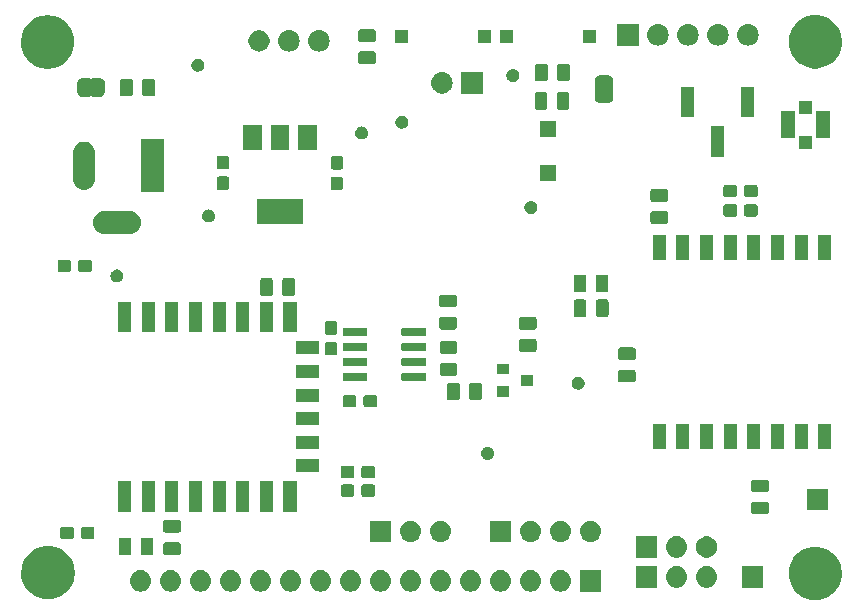
<source format=gbr>
G04 #@! TF.GenerationSoftware,KiCad,Pcbnew,(5.1.4)-1*
G04 #@! TF.CreationDate,2020-05-14T16:00:24+02:00*
G04 #@! TF.ProjectId,carte_principale,63617274-655f-4707-9269-6e636970616c,rev?*
G04 #@! TF.SameCoordinates,Original*
G04 #@! TF.FileFunction,Soldermask,Top*
G04 #@! TF.FilePolarity,Negative*
%FSLAX46Y46*%
G04 Gerber Fmt 4.6, Leading zero omitted, Abs format (unit mm)*
G04 Created by KiCad (PCBNEW (5.1.4)-1) date 2020-05-14 16:00:24*
%MOMM*%
%LPD*%
G04 APERTURE LIST*
%ADD10C,0.100000*%
G04 APERTURE END LIST*
D10*
G36*
X167755880Y-125249776D02*
G01*
X168136593Y-125325504D01*
X168546249Y-125495189D01*
X168914929Y-125741534D01*
X169228466Y-126055071D01*
X169474811Y-126423751D01*
X169644496Y-126833407D01*
X169704414Y-127134639D01*
X169725770Y-127242000D01*
X169731000Y-127268296D01*
X169731000Y-127711704D01*
X169644496Y-128146593D01*
X169474811Y-128556249D01*
X169228466Y-128924929D01*
X168914929Y-129238466D01*
X168546249Y-129484811D01*
X168136593Y-129654496D01*
X167755880Y-129730224D01*
X167701705Y-129741000D01*
X167258295Y-129741000D01*
X167204120Y-129730224D01*
X166823407Y-129654496D01*
X166413751Y-129484811D01*
X166045071Y-129238466D01*
X165731534Y-128924929D01*
X165485189Y-128556249D01*
X165315504Y-128146593D01*
X165229000Y-127711704D01*
X165229000Y-127268296D01*
X165234231Y-127242000D01*
X165255586Y-127134639D01*
X165315504Y-126833407D01*
X165485189Y-126423751D01*
X165731534Y-126055071D01*
X166045071Y-125741534D01*
X166413751Y-125495189D01*
X166823407Y-125325504D01*
X167204120Y-125249776D01*
X167258295Y-125239000D01*
X167701705Y-125239000D01*
X167755880Y-125249776D01*
X167755880Y-125249776D01*
G37*
G36*
X102805880Y-125219776D02*
G01*
X103186593Y-125295504D01*
X103596249Y-125465189D01*
X103964929Y-125711534D01*
X104278466Y-126025071D01*
X104524811Y-126393751D01*
X104694496Y-126803407D01*
X104763143Y-127148523D01*
X104781000Y-127238295D01*
X104781000Y-127681705D01*
X104774253Y-127715622D01*
X104694496Y-128116593D01*
X104524811Y-128526249D01*
X104278466Y-128894929D01*
X103964929Y-129208466D01*
X103596249Y-129454811D01*
X103186593Y-129624496D01*
X102805880Y-129700224D01*
X102751705Y-129711000D01*
X102308295Y-129711000D01*
X102254120Y-129700224D01*
X101873407Y-129624496D01*
X101463751Y-129454811D01*
X101095071Y-129208466D01*
X100781534Y-128894929D01*
X100535189Y-128526249D01*
X100365504Y-128116593D01*
X100285747Y-127715622D01*
X100279000Y-127681705D01*
X100279000Y-127238295D01*
X100296857Y-127148523D01*
X100365504Y-126803407D01*
X100535189Y-126393751D01*
X100781534Y-126025071D01*
X101095071Y-125711534D01*
X101463751Y-125465189D01*
X101873407Y-125295504D01*
X102254120Y-125219776D01*
X102308295Y-125209000D01*
X102751705Y-125209000D01*
X102805880Y-125219776D01*
X102805880Y-125219776D01*
G37*
G36*
X149364000Y-129044000D02*
G01*
X147562000Y-129044000D01*
X147562000Y-127242000D01*
X149364000Y-127242000D01*
X149364000Y-129044000D01*
X149364000Y-129044000D01*
G37*
G36*
X140953443Y-127248519D02*
G01*
X141019627Y-127255037D01*
X141189466Y-127306557D01*
X141345991Y-127390222D01*
X141381729Y-127419552D01*
X141483186Y-127502814D01*
X141566448Y-127604271D01*
X141595778Y-127640009D01*
X141679443Y-127796534D01*
X141730963Y-127966373D01*
X141748359Y-128143000D01*
X141730963Y-128319627D01*
X141679443Y-128489466D01*
X141595778Y-128645991D01*
X141566448Y-128681729D01*
X141483186Y-128783186D01*
X141405828Y-128846671D01*
X141345991Y-128895778D01*
X141189466Y-128979443D01*
X141019627Y-129030963D01*
X140953442Y-129037482D01*
X140887260Y-129044000D01*
X140798740Y-129044000D01*
X140732558Y-129037482D01*
X140666373Y-129030963D01*
X140496534Y-128979443D01*
X140340009Y-128895778D01*
X140280172Y-128846671D01*
X140202814Y-128783186D01*
X140119552Y-128681729D01*
X140090222Y-128645991D01*
X140006557Y-128489466D01*
X139955037Y-128319627D01*
X139937641Y-128143000D01*
X139955037Y-127966373D01*
X140006557Y-127796534D01*
X140090222Y-127640009D01*
X140119552Y-127604271D01*
X140202814Y-127502814D01*
X140304271Y-127419552D01*
X140340009Y-127390222D01*
X140496534Y-127306557D01*
X140666373Y-127255037D01*
X140732557Y-127248519D01*
X140798740Y-127242000D01*
X140887260Y-127242000D01*
X140953443Y-127248519D01*
X140953443Y-127248519D01*
G37*
G36*
X110473443Y-127248519D02*
G01*
X110539627Y-127255037D01*
X110709466Y-127306557D01*
X110865991Y-127390222D01*
X110901729Y-127419552D01*
X111003186Y-127502814D01*
X111086448Y-127604271D01*
X111115778Y-127640009D01*
X111199443Y-127796534D01*
X111250963Y-127966373D01*
X111268359Y-128143000D01*
X111250963Y-128319627D01*
X111199443Y-128489466D01*
X111115778Y-128645991D01*
X111086448Y-128681729D01*
X111003186Y-128783186D01*
X110925828Y-128846671D01*
X110865991Y-128895778D01*
X110709466Y-128979443D01*
X110539627Y-129030963D01*
X110473442Y-129037482D01*
X110407260Y-129044000D01*
X110318740Y-129044000D01*
X110252558Y-129037482D01*
X110186373Y-129030963D01*
X110016534Y-128979443D01*
X109860009Y-128895778D01*
X109800172Y-128846671D01*
X109722814Y-128783186D01*
X109639552Y-128681729D01*
X109610222Y-128645991D01*
X109526557Y-128489466D01*
X109475037Y-128319627D01*
X109457641Y-128143000D01*
X109475037Y-127966373D01*
X109526557Y-127796534D01*
X109610222Y-127640009D01*
X109639552Y-127604271D01*
X109722814Y-127502814D01*
X109824271Y-127419552D01*
X109860009Y-127390222D01*
X110016534Y-127306557D01*
X110186373Y-127255037D01*
X110252557Y-127248519D01*
X110318740Y-127242000D01*
X110407260Y-127242000D01*
X110473443Y-127248519D01*
X110473443Y-127248519D01*
G37*
G36*
X113013443Y-127248519D02*
G01*
X113079627Y-127255037D01*
X113249466Y-127306557D01*
X113405991Y-127390222D01*
X113441729Y-127419552D01*
X113543186Y-127502814D01*
X113626448Y-127604271D01*
X113655778Y-127640009D01*
X113739443Y-127796534D01*
X113790963Y-127966373D01*
X113808359Y-128143000D01*
X113790963Y-128319627D01*
X113739443Y-128489466D01*
X113655778Y-128645991D01*
X113626448Y-128681729D01*
X113543186Y-128783186D01*
X113465828Y-128846671D01*
X113405991Y-128895778D01*
X113249466Y-128979443D01*
X113079627Y-129030963D01*
X113013442Y-129037482D01*
X112947260Y-129044000D01*
X112858740Y-129044000D01*
X112792558Y-129037482D01*
X112726373Y-129030963D01*
X112556534Y-128979443D01*
X112400009Y-128895778D01*
X112340172Y-128846671D01*
X112262814Y-128783186D01*
X112179552Y-128681729D01*
X112150222Y-128645991D01*
X112066557Y-128489466D01*
X112015037Y-128319627D01*
X111997641Y-128143000D01*
X112015037Y-127966373D01*
X112066557Y-127796534D01*
X112150222Y-127640009D01*
X112179552Y-127604271D01*
X112262814Y-127502814D01*
X112364271Y-127419552D01*
X112400009Y-127390222D01*
X112556534Y-127306557D01*
X112726373Y-127255037D01*
X112792557Y-127248519D01*
X112858740Y-127242000D01*
X112947260Y-127242000D01*
X113013443Y-127248519D01*
X113013443Y-127248519D01*
G37*
G36*
X115553443Y-127248519D02*
G01*
X115619627Y-127255037D01*
X115789466Y-127306557D01*
X115945991Y-127390222D01*
X115981729Y-127419552D01*
X116083186Y-127502814D01*
X116166448Y-127604271D01*
X116195778Y-127640009D01*
X116279443Y-127796534D01*
X116330963Y-127966373D01*
X116348359Y-128143000D01*
X116330963Y-128319627D01*
X116279443Y-128489466D01*
X116195778Y-128645991D01*
X116166448Y-128681729D01*
X116083186Y-128783186D01*
X116005828Y-128846671D01*
X115945991Y-128895778D01*
X115789466Y-128979443D01*
X115619627Y-129030963D01*
X115553442Y-129037482D01*
X115487260Y-129044000D01*
X115398740Y-129044000D01*
X115332558Y-129037482D01*
X115266373Y-129030963D01*
X115096534Y-128979443D01*
X114940009Y-128895778D01*
X114880172Y-128846671D01*
X114802814Y-128783186D01*
X114719552Y-128681729D01*
X114690222Y-128645991D01*
X114606557Y-128489466D01*
X114555037Y-128319627D01*
X114537641Y-128143000D01*
X114555037Y-127966373D01*
X114606557Y-127796534D01*
X114690222Y-127640009D01*
X114719552Y-127604271D01*
X114802814Y-127502814D01*
X114904271Y-127419552D01*
X114940009Y-127390222D01*
X115096534Y-127306557D01*
X115266373Y-127255037D01*
X115332557Y-127248519D01*
X115398740Y-127242000D01*
X115487260Y-127242000D01*
X115553443Y-127248519D01*
X115553443Y-127248519D01*
G37*
G36*
X118093443Y-127248519D02*
G01*
X118159627Y-127255037D01*
X118329466Y-127306557D01*
X118485991Y-127390222D01*
X118521729Y-127419552D01*
X118623186Y-127502814D01*
X118706448Y-127604271D01*
X118735778Y-127640009D01*
X118819443Y-127796534D01*
X118870963Y-127966373D01*
X118888359Y-128143000D01*
X118870963Y-128319627D01*
X118819443Y-128489466D01*
X118735778Y-128645991D01*
X118706448Y-128681729D01*
X118623186Y-128783186D01*
X118545828Y-128846671D01*
X118485991Y-128895778D01*
X118329466Y-128979443D01*
X118159627Y-129030963D01*
X118093442Y-129037482D01*
X118027260Y-129044000D01*
X117938740Y-129044000D01*
X117872558Y-129037482D01*
X117806373Y-129030963D01*
X117636534Y-128979443D01*
X117480009Y-128895778D01*
X117420172Y-128846671D01*
X117342814Y-128783186D01*
X117259552Y-128681729D01*
X117230222Y-128645991D01*
X117146557Y-128489466D01*
X117095037Y-128319627D01*
X117077641Y-128143000D01*
X117095037Y-127966373D01*
X117146557Y-127796534D01*
X117230222Y-127640009D01*
X117259552Y-127604271D01*
X117342814Y-127502814D01*
X117444271Y-127419552D01*
X117480009Y-127390222D01*
X117636534Y-127306557D01*
X117806373Y-127255037D01*
X117872557Y-127248519D01*
X117938740Y-127242000D01*
X118027260Y-127242000D01*
X118093443Y-127248519D01*
X118093443Y-127248519D01*
G37*
G36*
X120633443Y-127248519D02*
G01*
X120699627Y-127255037D01*
X120869466Y-127306557D01*
X121025991Y-127390222D01*
X121061729Y-127419552D01*
X121163186Y-127502814D01*
X121246448Y-127604271D01*
X121275778Y-127640009D01*
X121359443Y-127796534D01*
X121410963Y-127966373D01*
X121428359Y-128143000D01*
X121410963Y-128319627D01*
X121359443Y-128489466D01*
X121275778Y-128645991D01*
X121246448Y-128681729D01*
X121163186Y-128783186D01*
X121085828Y-128846671D01*
X121025991Y-128895778D01*
X120869466Y-128979443D01*
X120699627Y-129030963D01*
X120633442Y-129037482D01*
X120567260Y-129044000D01*
X120478740Y-129044000D01*
X120412558Y-129037482D01*
X120346373Y-129030963D01*
X120176534Y-128979443D01*
X120020009Y-128895778D01*
X119960172Y-128846671D01*
X119882814Y-128783186D01*
X119799552Y-128681729D01*
X119770222Y-128645991D01*
X119686557Y-128489466D01*
X119635037Y-128319627D01*
X119617641Y-128143000D01*
X119635037Y-127966373D01*
X119686557Y-127796534D01*
X119770222Y-127640009D01*
X119799552Y-127604271D01*
X119882814Y-127502814D01*
X119984271Y-127419552D01*
X120020009Y-127390222D01*
X120176534Y-127306557D01*
X120346373Y-127255037D01*
X120412557Y-127248519D01*
X120478740Y-127242000D01*
X120567260Y-127242000D01*
X120633443Y-127248519D01*
X120633443Y-127248519D01*
G37*
G36*
X123173443Y-127248519D02*
G01*
X123239627Y-127255037D01*
X123409466Y-127306557D01*
X123565991Y-127390222D01*
X123601729Y-127419552D01*
X123703186Y-127502814D01*
X123786448Y-127604271D01*
X123815778Y-127640009D01*
X123899443Y-127796534D01*
X123950963Y-127966373D01*
X123968359Y-128143000D01*
X123950963Y-128319627D01*
X123899443Y-128489466D01*
X123815778Y-128645991D01*
X123786448Y-128681729D01*
X123703186Y-128783186D01*
X123625828Y-128846671D01*
X123565991Y-128895778D01*
X123409466Y-128979443D01*
X123239627Y-129030963D01*
X123173442Y-129037482D01*
X123107260Y-129044000D01*
X123018740Y-129044000D01*
X122952558Y-129037482D01*
X122886373Y-129030963D01*
X122716534Y-128979443D01*
X122560009Y-128895778D01*
X122500172Y-128846671D01*
X122422814Y-128783186D01*
X122339552Y-128681729D01*
X122310222Y-128645991D01*
X122226557Y-128489466D01*
X122175037Y-128319627D01*
X122157641Y-128143000D01*
X122175037Y-127966373D01*
X122226557Y-127796534D01*
X122310222Y-127640009D01*
X122339552Y-127604271D01*
X122422814Y-127502814D01*
X122524271Y-127419552D01*
X122560009Y-127390222D01*
X122716534Y-127306557D01*
X122886373Y-127255037D01*
X122952557Y-127248519D01*
X123018740Y-127242000D01*
X123107260Y-127242000D01*
X123173443Y-127248519D01*
X123173443Y-127248519D01*
G37*
G36*
X125713443Y-127248519D02*
G01*
X125779627Y-127255037D01*
X125949466Y-127306557D01*
X126105991Y-127390222D01*
X126141729Y-127419552D01*
X126243186Y-127502814D01*
X126326448Y-127604271D01*
X126355778Y-127640009D01*
X126439443Y-127796534D01*
X126490963Y-127966373D01*
X126508359Y-128143000D01*
X126490963Y-128319627D01*
X126439443Y-128489466D01*
X126355778Y-128645991D01*
X126326448Y-128681729D01*
X126243186Y-128783186D01*
X126165828Y-128846671D01*
X126105991Y-128895778D01*
X125949466Y-128979443D01*
X125779627Y-129030963D01*
X125713442Y-129037482D01*
X125647260Y-129044000D01*
X125558740Y-129044000D01*
X125492558Y-129037482D01*
X125426373Y-129030963D01*
X125256534Y-128979443D01*
X125100009Y-128895778D01*
X125040172Y-128846671D01*
X124962814Y-128783186D01*
X124879552Y-128681729D01*
X124850222Y-128645991D01*
X124766557Y-128489466D01*
X124715037Y-128319627D01*
X124697641Y-128143000D01*
X124715037Y-127966373D01*
X124766557Y-127796534D01*
X124850222Y-127640009D01*
X124879552Y-127604271D01*
X124962814Y-127502814D01*
X125064271Y-127419552D01*
X125100009Y-127390222D01*
X125256534Y-127306557D01*
X125426373Y-127255037D01*
X125492557Y-127248519D01*
X125558740Y-127242000D01*
X125647260Y-127242000D01*
X125713443Y-127248519D01*
X125713443Y-127248519D01*
G37*
G36*
X128253443Y-127248519D02*
G01*
X128319627Y-127255037D01*
X128489466Y-127306557D01*
X128645991Y-127390222D01*
X128681729Y-127419552D01*
X128783186Y-127502814D01*
X128866448Y-127604271D01*
X128895778Y-127640009D01*
X128979443Y-127796534D01*
X129030963Y-127966373D01*
X129048359Y-128143000D01*
X129030963Y-128319627D01*
X128979443Y-128489466D01*
X128895778Y-128645991D01*
X128866448Y-128681729D01*
X128783186Y-128783186D01*
X128705828Y-128846671D01*
X128645991Y-128895778D01*
X128489466Y-128979443D01*
X128319627Y-129030963D01*
X128253442Y-129037482D01*
X128187260Y-129044000D01*
X128098740Y-129044000D01*
X128032558Y-129037482D01*
X127966373Y-129030963D01*
X127796534Y-128979443D01*
X127640009Y-128895778D01*
X127580172Y-128846671D01*
X127502814Y-128783186D01*
X127419552Y-128681729D01*
X127390222Y-128645991D01*
X127306557Y-128489466D01*
X127255037Y-128319627D01*
X127237641Y-128143000D01*
X127255037Y-127966373D01*
X127306557Y-127796534D01*
X127390222Y-127640009D01*
X127419552Y-127604271D01*
X127502814Y-127502814D01*
X127604271Y-127419552D01*
X127640009Y-127390222D01*
X127796534Y-127306557D01*
X127966373Y-127255037D01*
X128032557Y-127248519D01*
X128098740Y-127242000D01*
X128187260Y-127242000D01*
X128253443Y-127248519D01*
X128253443Y-127248519D01*
G37*
G36*
X130793443Y-127248519D02*
G01*
X130859627Y-127255037D01*
X131029466Y-127306557D01*
X131185991Y-127390222D01*
X131221729Y-127419552D01*
X131323186Y-127502814D01*
X131406448Y-127604271D01*
X131435778Y-127640009D01*
X131519443Y-127796534D01*
X131570963Y-127966373D01*
X131588359Y-128143000D01*
X131570963Y-128319627D01*
X131519443Y-128489466D01*
X131435778Y-128645991D01*
X131406448Y-128681729D01*
X131323186Y-128783186D01*
X131245828Y-128846671D01*
X131185991Y-128895778D01*
X131029466Y-128979443D01*
X130859627Y-129030963D01*
X130793442Y-129037482D01*
X130727260Y-129044000D01*
X130638740Y-129044000D01*
X130572558Y-129037482D01*
X130506373Y-129030963D01*
X130336534Y-128979443D01*
X130180009Y-128895778D01*
X130120172Y-128846671D01*
X130042814Y-128783186D01*
X129959552Y-128681729D01*
X129930222Y-128645991D01*
X129846557Y-128489466D01*
X129795037Y-128319627D01*
X129777641Y-128143000D01*
X129795037Y-127966373D01*
X129846557Y-127796534D01*
X129930222Y-127640009D01*
X129959552Y-127604271D01*
X130042814Y-127502814D01*
X130144271Y-127419552D01*
X130180009Y-127390222D01*
X130336534Y-127306557D01*
X130506373Y-127255037D01*
X130572557Y-127248519D01*
X130638740Y-127242000D01*
X130727260Y-127242000D01*
X130793443Y-127248519D01*
X130793443Y-127248519D01*
G37*
G36*
X133333443Y-127248519D02*
G01*
X133399627Y-127255037D01*
X133569466Y-127306557D01*
X133725991Y-127390222D01*
X133761729Y-127419552D01*
X133863186Y-127502814D01*
X133946448Y-127604271D01*
X133975778Y-127640009D01*
X134059443Y-127796534D01*
X134110963Y-127966373D01*
X134128359Y-128143000D01*
X134110963Y-128319627D01*
X134059443Y-128489466D01*
X133975778Y-128645991D01*
X133946448Y-128681729D01*
X133863186Y-128783186D01*
X133785828Y-128846671D01*
X133725991Y-128895778D01*
X133569466Y-128979443D01*
X133399627Y-129030963D01*
X133333442Y-129037482D01*
X133267260Y-129044000D01*
X133178740Y-129044000D01*
X133112558Y-129037482D01*
X133046373Y-129030963D01*
X132876534Y-128979443D01*
X132720009Y-128895778D01*
X132660172Y-128846671D01*
X132582814Y-128783186D01*
X132499552Y-128681729D01*
X132470222Y-128645991D01*
X132386557Y-128489466D01*
X132335037Y-128319627D01*
X132317641Y-128143000D01*
X132335037Y-127966373D01*
X132386557Y-127796534D01*
X132470222Y-127640009D01*
X132499552Y-127604271D01*
X132582814Y-127502814D01*
X132684271Y-127419552D01*
X132720009Y-127390222D01*
X132876534Y-127306557D01*
X133046373Y-127255037D01*
X133112557Y-127248519D01*
X133178740Y-127242000D01*
X133267260Y-127242000D01*
X133333443Y-127248519D01*
X133333443Y-127248519D01*
G37*
G36*
X135873443Y-127248519D02*
G01*
X135939627Y-127255037D01*
X136109466Y-127306557D01*
X136265991Y-127390222D01*
X136301729Y-127419552D01*
X136403186Y-127502814D01*
X136486448Y-127604271D01*
X136515778Y-127640009D01*
X136599443Y-127796534D01*
X136650963Y-127966373D01*
X136668359Y-128143000D01*
X136650963Y-128319627D01*
X136599443Y-128489466D01*
X136515778Y-128645991D01*
X136486448Y-128681729D01*
X136403186Y-128783186D01*
X136325828Y-128846671D01*
X136265991Y-128895778D01*
X136109466Y-128979443D01*
X135939627Y-129030963D01*
X135873442Y-129037482D01*
X135807260Y-129044000D01*
X135718740Y-129044000D01*
X135652558Y-129037482D01*
X135586373Y-129030963D01*
X135416534Y-128979443D01*
X135260009Y-128895778D01*
X135200172Y-128846671D01*
X135122814Y-128783186D01*
X135039552Y-128681729D01*
X135010222Y-128645991D01*
X134926557Y-128489466D01*
X134875037Y-128319627D01*
X134857641Y-128143000D01*
X134875037Y-127966373D01*
X134926557Y-127796534D01*
X135010222Y-127640009D01*
X135039552Y-127604271D01*
X135122814Y-127502814D01*
X135224271Y-127419552D01*
X135260009Y-127390222D01*
X135416534Y-127306557D01*
X135586373Y-127255037D01*
X135652557Y-127248519D01*
X135718740Y-127242000D01*
X135807260Y-127242000D01*
X135873443Y-127248519D01*
X135873443Y-127248519D01*
G37*
G36*
X138413443Y-127248519D02*
G01*
X138479627Y-127255037D01*
X138649466Y-127306557D01*
X138805991Y-127390222D01*
X138841729Y-127419552D01*
X138943186Y-127502814D01*
X139026448Y-127604271D01*
X139055778Y-127640009D01*
X139139443Y-127796534D01*
X139190963Y-127966373D01*
X139208359Y-128143000D01*
X139190963Y-128319627D01*
X139139443Y-128489466D01*
X139055778Y-128645991D01*
X139026448Y-128681729D01*
X138943186Y-128783186D01*
X138865828Y-128846671D01*
X138805991Y-128895778D01*
X138649466Y-128979443D01*
X138479627Y-129030963D01*
X138413442Y-129037482D01*
X138347260Y-129044000D01*
X138258740Y-129044000D01*
X138192558Y-129037482D01*
X138126373Y-129030963D01*
X137956534Y-128979443D01*
X137800009Y-128895778D01*
X137740172Y-128846671D01*
X137662814Y-128783186D01*
X137579552Y-128681729D01*
X137550222Y-128645991D01*
X137466557Y-128489466D01*
X137415037Y-128319627D01*
X137397641Y-128143000D01*
X137415037Y-127966373D01*
X137466557Y-127796534D01*
X137550222Y-127640009D01*
X137579552Y-127604271D01*
X137662814Y-127502814D01*
X137764271Y-127419552D01*
X137800009Y-127390222D01*
X137956534Y-127306557D01*
X138126373Y-127255037D01*
X138192557Y-127248519D01*
X138258740Y-127242000D01*
X138347260Y-127242000D01*
X138413443Y-127248519D01*
X138413443Y-127248519D01*
G37*
G36*
X143493443Y-127248519D02*
G01*
X143559627Y-127255037D01*
X143729466Y-127306557D01*
X143885991Y-127390222D01*
X143921729Y-127419552D01*
X144023186Y-127502814D01*
X144106448Y-127604271D01*
X144135778Y-127640009D01*
X144219443Y-127796534D01*
X144270963Y-127966373D01*
X144288359Y-128143000D01*
X144270963Y-128319627D01*
X144219443Y-128489466D01*
X144135778Y-128645991D01*
X144106448Y-128681729D01*
X144023186Y-128783186D01*
X143945828Y-128846671D01*
X143885991Y-128895778D01*
X143729466Y-128979443D01*
X143559627Y-129030963D01*
X143493442Y-129037482D01*
X143427260Y-129044000D01*
X143338740Y-129044000D01*
X143272558Y-129037482D01*
X143206373Y-129030963D01*
X143036534Y-128979443D01*
X142880009Y-128895778D01*
X142820172Y-128846671D01*
X142742814Y-128783186D01*
X142659552Y-128681729D01*
X142630222Y-128645991D01*
X142546557Y-128489466D01*
X142495037Y-128319627D01*
X142477641Y-128143000D01*
X142495037Y-127966373D01*
X142546557Y-127796534D01*
X142630222Y-127640009D01*
X142659552Y-127604271D01*
X142742814Y-127502814D01*
X142844271Y-127419552D01*
X142880009Y-127390222D01*
X143036534Y-127306557D01*
X143206373Y-127255037D01*
X143272557Y-127248519D01*
X143338740Y-127242000D01*
X143427260Y-127242000D01*
X143493443Y-127248519D01*
X143493443Y-127248519D01*
G37*
G36*
X146033443Y-127248519D02*
G01*
X146099627Y-127255037D01*
X146269466Y-127306557D01*
X146425991Y-127390222D01*
X146461729Y-127419552D01*
X146563186Y-127502814D01*
X146646448Y-127604271D01*
X146675778Y-127640009D01*
X146759443Y-127796534D01*
X146810963Y-127966373D01*
X146828359Y-128143000D01*
X146810963Y-128319627D01*
X146759443Y-128489466D01*
X146675778Y-128645991D01*
X146646448Y-128681729D01*
X146563186Y-128783186D01*
X146485828Y-128846671D01*
X146425991Y-128895778D01*
X146269466Y-128979443D01*
X146099627Y-129030963D01*
X146033442Y-129037482D01*
X145967260Y-129044000D01*
X145878740Y-129044000D01*
X145812558Y-129037482D01*
X145746373Y-129030963D01*
X145576534Y-128979443D01*
X145420009Y-128895778D01*
X145360172Y-128846671D01*
X145282814Y-128783186D01*
X145199552Y-128681729D01*
X145170222Y-128645991D01*
X145086557Y-128489466D01*
X145035037Y-128319627D01*
X145017641Y-128143000D01*
X145035037Y-127966373D01*
X145086557Y-127796534D01*
X145170222Y-127640009D01*
X145199552Y-127604271D01*
X145282814Y-127502814D01*
X145384271Y-127419552D01*
X145420009Y-127390222D01*
X145576534Y-127306557D01*
X145746373Y-127255037D01*
X145812557Y-127248519D01*
X145878740Y-127242000D01*
X145967260Y-127242000D01*
X146033443Y-127248519D01*
X146033443Y-127248519D01*
G37*
G36*
X154113800Y-128713800D02*
G01*
X152311800Y-128713800D01*
X152311800Y-126911800D01*
X154113800Y-126911800D01*
X154113800Y-128713800D01*
X154113800Y-128713800D01*
G37*
G36*
X155863243Y-126918319D02*
G01*
X155929427Y-126924837D01*
X156099266Y-126976357D01*
X156255791Y-127060022D01*
X156291101Y-127089000D01*
X156392986Y-127172614D01*
X156471508Y-127268295D01*
X156505578Y-127309809D01*
X156589243Y-127466334D01*
X156640763Y-127636173D01*
X156658159Y-127812800D01*
X156640763Y-127989427D01*
X156589243Y-128159266D01*
X156505578Y-128315791D01*
X156481402Y-128345249D01*
X156392986Y-128452986D01*
X156303717Y-128526246D01*
X156255791Y-128565578D01*
X156099266Y-128649243D01*
X155929427Y-128700763D01*
X155863243Y-128707281D01*
X155797060Y-128713800D01*
X155708540Y-128713800D01*
X155642357Y-128707281D01*
X155576173Y-128700763D01*
X155406334Y-128649243D01*
X155249809Y-128565578D01*
X155201883Y-128526246D01*
X155112614Y-128452986D01*
X155024198Y-128345249D01*
X155000022Y-128315791D01*
X154916357Y-128159266D01*
X154864837Y-127989427D01*
X154847441Y-127812800D01*
X154864837Y-127636173D01*
X154916357Y-127466334D01*
X155000022Y-127309809D01*
X155034092Y-127268295D01*
X155112614Y-127172614D01*
X155214499Y-127089000D01*
X155249809Y-127060022D01*
X155406334Y-126976357D01*
X155576173Y-126924837D01*
X155642357Y-126918319D01*
X155708540Y-126911800D01*
X155797060Y-126911800D01*
X155863243Y-126918319D01*
X155863243Y-126918319D01*
G37*
G36*
X158403243Y-126918319D02*
G01*
X158469427Y-126924837D01*
X158639266Y-126976357D01*
X158795791Y-127060022D01*
X158831101Y-127089000D01*
X158932986Y-127172614D01*
X159011508Y-127268295D01*
X159045578Y-127309809D01*
X159129243Y-127466334D01*
X159180763Y-127636173D01*
X159198159Y-127812800D01*
X159180763Y-127989427D01*
X159129243Y-128159266D01*
X159045578Y-128315791D01*
X159021402Y-128345249D01*
X158932986Y-128452986D01*
X158843717Y-128526246D01*
X158795791Y-128565578D01*
X158639266Y-128649243D01*
X158469427Y-128700763D01*
X158403243Y-128707281D01*
X158337060Y-128713800D01*
X158248540Y-128713800D01*
X158182357Y-128707281D01*
X158116173Y-128700763D01*
X157946334Y-128649243D01*
X157789809Y-128565578D01*
X157741883Y-128526246D01*
X157652614Y-128452986D01*
X157564198Y-128345249D01*
X157540022Y-128315791D01*
X157456357Y-128159266D01*
X157404837Y-127989427D01*
X157387441Y-127812800D01*
X157404837Y-127636173D01*
X157456357Y-127466334D01*
X157540022Y-127309809D01*
X157574092Y-127268295D01*
X157652614Y-127172614D01*
X157754499Y-127089000D01*
X157789809Y-127060022D01*
X157946334Y-126976357D01*
X158116173Y-126924837D01*
X158182357Y-126918319D01*
X158248540Y-126911800D01*
X158337060Y-126911800D01*
X158403243Y-126918319D01*
X158403243Y-126918319D01*
G37*
G36*
X163054600Y-128713800D02*
G01*
X161252600Y-128713800D01*
X161252600Y-126911800D01*
X163054600Y-126911800D01*
X163054600Y-128713800D01*
X163054600Y-128713800D01*
G37*
G36*
X155863242Y-124378318D02*
G01*
X155929427Y-124384837D01*
X156099266Y-124436357D01*
X156099268Y-124436358D01*
X156164078Y-124471000D01*
X156255791Y-124520022D01*
X156265474Y-124527969D01*
X156392986Y-124632614D01*
X156452209Y-124704779D01*
X156505578Y-124769809D01*
X156589243Y-124926334D01*
X156640763Y-125096173D01*
X156658159Y-125272800D01*
X156640763Y-125449427D01*
X156589243Y-125619266D01*
X156505578Y-125775791D01*
X156480402Y-125806468D01*
X156392986Y-125912986D01*
X156309138Y-125981797D01*
X156255791Y-126025578D01*
X156099266Y-126109243D01*
X155929427Y-126160763D01*
X155863242Y-126167282D01*
X155797060Y-126173800D01*
X155708540Y-126173800D01*
X155642358Y-126167282D01*
X155576173Y-126160763D01*
X155406334Y-126109243D01*
X155249809Y-126025578D01*
X155196462Y-125981797D01*
X155112614Y-125912986D01*
X155025198Y-125806468D01*
X155000022Y-125775791D01*
X154916357Y-125619266D01*
X154864837Y-125449427D01*
X154847441Y-125272800D01*
X154864837Y-125096173D01*
X154916357Y-124926334D01*
X155000022Y-124769809D01*
X155053391Y-124704779D01*
X155112614Y-124632614D01*
X155240126Y-124527969D01*
X155249809Y-124520022D01*
X155341522Y-124471000D01*
X155406332Y-124436358D01*
X155406334Y-124436357D01*
X155576173Y-124384837D01*
X155642358Y-124378318D01*
X155708540Y-124371800D01*
X155797060Y-124371800D01*
X155863242Y-124378318D01*
X155863242Y-124378318D01*
G37*
G36*
X158406312Y-124376727D02*
G01*
X158555612Y-124406424D01*
X158719584Y-124474344D01*
X158867154Y-124572947D01*
X158992653Y-124698446D01*
X159091256Y-124846016D01*
X159159176Y-125009988D01*
X159193800Y-125184059D01*
X159193800Y-125361541D01*
X159159176Y-125535612D01*
X159091256Y-125699584D01*
X158992653Y-125847154D01*
X158867154Y-125972653D01*
X158719584Y-126071256D01*
X158555612Y-126139176D01*
X158406312Y-126168873D01*
X158381542Y-126173800D01*
X158204058Y-126173800D01*
X158179288Y-126168873D01*
X158029988Y-126139176D01*
X157866016Y-126071256D01*
X157718446Y-125972653D01*
X157592947Y-125847154D01*
X157494344Y-125699584D01*
X157426424Y-125535612D01*
X157391800Y-125361541D01*
X157391800Y-125184059D01*
X157426424Y-125009988D01*
X157494344Y-124846016D01*
X157592947Y-124698446D01*
X157718446Y-124572947D01*
X157866016Y-124474344D01*
X158029988Y-124406424D01*
X158179288Y-124376727D01*
X158204058Y-124371800D01*
X158381542Y-124371800D01*
X158406312Y-124376727D01*
X158406312Y-124376727D01*
G37*
G36*
X154113800Y-126173800D02*
G01*
X152311800Y-126173800D01*
X152311800Y-124371800D01*
X154113800Y-124371800D01*
X154113800Y-126173800D01*
X154113800Y-126173800D01*
G37*
G36*
X111291468Y-124475565D02*
G01*
X111330138Y-124487296D01*
X111365777Y-124506346D01*
X111397017Y-124531983D01*
X111422654Y-124563223D01*
X111441704Y-124598862D01*
X111453435Y-124637532D01*
X111458000Y-124683888D01*
X111458000Y-125760112D01*
X111453435Y-125806468D01*
X111441704Y-125845138D01*
X111422654Y-125880777D01*
X111397017Y-125912017D01*
X111365777Y-125937654D01*
X111330138Y-125956704D01*
X111291468Y-125968435D01*
X111245112Y-125973000D01*
X110593888Y-125973000D01*
X110547532Y-125968435D01*
X110508862Y-125956704D01*
X110473223Y-125937654D01*
X110441983Y-125912017D01*
X110416346Y-125880777D01*
X110397296Y-125845138D01*
X110385565Y-125806468D01*
X110381000Y-125760112D01*
X110381000Y-124683888D01*
X110385565Y-124637532D01*
X110397296Y-124598862D01*
X110416346Y-124563223D01*
X110441983Y-124531983D01*
X110473223Y-124506346D01*
X110508862Y-124487296D01*
X110547532Y-124475565D01*
X110593888Y-124471000D01*
X111245112Y-124471000D01*
X111291468Y-124475565D01*
X111291468Y-124475565D01*
G37*
G36*
X109416468Y-124475565D02*
G01*
X109455138Y-124487296D01*
X109490777Y-124506346D01*
X109522017Y-124531983D01*
X109547654Y-124563223D01*
X109566704Y-124598862D01*
X109578435Y-124637532D01*
X109583000Y-124683888D01*
X109583000Y-125760112D01*
X109578435Y-125806468D01*
X109566704Y-125845138D01*
X109547654Y-125880777D01*
X109522017Y-125912017D01*
X109490777Y-125937654D01*
X109455138Y-125956704D01*
X109416468Y-125968435D01*
X109370112Y-125973000D01*
X108718888Y-125973000D01*
X108672532Y-125968435D01*
X108633862Y-125956704D01*
X108598223Y-125937654D01*
X108566983Y-125912017D01*
X108541346Y-125880777D01*
X108522296Y-125845138D01*
X108510565Y-125806468D01*
X108506000Y-125760112D01*
X108506000Y-124683888D01*
X108510565Y-124637532D01*
X108522296Y-124598862D01*
X108541346Y-124563223D01*
X108566983Y-124531983D01*
X108598223Y-124506346D01*
X108633862Y-124487296D01*
X108672532Y-124475565D01*
X108718888Y-124471000D01*
X109370112Y-124471000D01*
X109416468Y-124475565D01*
X109416468Y-124475565D01*
G37*
G36*
X113614468Y-124863565D02*
G01*
X113653138Y-124875296D01*
X113688777Y-124894346D01*
X113720017Y-124919983D01*
X113745654Y-124951223D01*
X113764704Y-124986862D01*
X113776435Y-125025532D01*
X113781000Y-125071888D01*
X113781000Y-125723112D01*
X113776435Y-125769468D01*
X113764704Y-125808138D01*
X113745654Y-125843777D01*
X113720017Y-125875017D01*
X113688777Y-125900654D01*
X113653138Y-125919704D01*
X113614468Y-125931435D01*
X113568112Y-125936000D01*
X112491888Y-125936000D01*
X112445532Y-125931435D01*
X112406862Y-125919704D01*
X112371223Y-125900654D01*
X112339983Y-125875017D01*
X112314346Y-125843777D01*
X112295296Y-125808138D01*
X112283565Y-125769468D01*
X112279000Y-125723112D01*
X112279000Y-125071888D01*
X112283565Y-125025532D01*
X112295296Y-124986862D01*
X112314346Y-124951223D01*
X112339983Y-124919983D01*
X112371223Y-124894346D01*
X112406862Y-124875296D01*
X112445532Y-124863565D01*
X112491888Y-124859000D01*
X113568112Y-124859000D01*
X113614468Y-124863565D01*
X113614468Y-124863565D01*
G37*
G36*
X143493442Y-123057518D02*
G01*
X143559627Y-123064037D01*
X143729466Y-123115557D01*
X143885991Y-123199222D01*
X143921729Y-123228552D01*
X144023186Y-123311814D01*
X144106448Y-123413271D01*
X144135778Y-123449009D01*
X144219443Y-123605534D01*
X144270963Y-123775373D01*
X144288359Y-123952000D01*
X144270963Y-124128627D01*
X144219443Y-124298466D01*
X144135778Y-124454991D01*
X144119895Y-124474344D01*
X144023186Y-124592186D01*
X143921729Y-124675448D01*
X143885991Y-124704778D01*
X143885989Y-124704779D01*
X143764328Y-124769809D01*
X143729466Y-124788443D01*
X143559627Y-124839963D01*
X143493442Y-124846482D01*
X143427260Y-124853000D01*
X143338740Y-124853000D01*
X143272558Y-124846482D01*
X143206373Y-124839963D01*
X143036534Y-124788443D01*
X143001673Y-124769809D01*
X142880011Y-124704779D01*
X142880009Y-124704778D01*
X142844271Y-124675448D01*
X142742814Y-124592186D01*
X142646105Y-124474344D01*
X142630222Y-124454991D01*
X142546557Y-124298466D01*
X142495037Y-124128627D01*
X142477641Y-123952000D01*
X142495037Y-123775373D01*
X142546557Y-123605534D01*
X142630222Y-123449009D01*
X142659552Y-123413271D01*
X142742814Y-123311814D01*
X142844271Y-123228552D01*
X142880009Y-123199222D01*
X143036534Y-123115557D01*
X143206373Y-123064037D01*
X143272558Y-123057518D01*
X143338740Y-123051000D01*
X143427260Y-123051000D01*
X143493442Y-123057518D01*
X143493442Y-123057518D01*
G37*
G36*
X146033442Y-123057518D02*
G01*
X146099627Y-123064037D01*
X146269466Y-123115557D01*
X146425991Y-123199222D01*
X146461729Y-123228552D01*
X146563186Y-123311814D01*
X146646448Y-123413271D01*
X146675778Y-123449009D01*
X146759443Y-123605534D01*
X146810963Y-123775373D01*
X146828359Y-123952000D01*
X146810963Y-124128627D01*
X146759443Y-124298466D01*
X146675778Y-124454991D01*
X146659895Y-124474344D01*
X146563186Y-124592186D01*
X146461729Y-124675448D01*
X146425991Y-124704778D01*
X146425989Y-124704779D01*
X146304328Y-124769809D01*
X146269466Y-124788443D01*
X146099627Y-124839963D01*
X146033442Y-124846482D01*
X145967260Y-124853000D01*
X145878740Y-124853000D01*
X145812558Y-124846482D01*
X145746373Y-124839963D01*
X145576534Y-124788443D01*
X145541673Y-124769809D01*
X145420011Y-124704779D01*
X145420009Y-124704778D01*
X145384271Y-124675448D01*
X145282814Y-124592186D01*
X145186105Y-124474344D01*
X145170222Y-124454991D01*
X145086557Y-124298466D01*
X145035037Y-124128627D01*
X145017641Y-123952000D01*
X145035037Y-123775373D01*
X145086557Y-123605534D01*
X145170222Y-123449009D01*
X145199552Y-123413271D01*
X145282814Y-123311814D01*
X145384271Y-123228552D01*
X145420009Y-123199222D01*
X145576534Y-123115557D01*
X145746373Y-123064037D01*
X145812558Y-123057518D01*
X145878740Y-123051000D01*
X145967260Y-123051000D01*
X146033442Y-123057518D01*
X146033442Y-123057518D01*
G37*
G36*
X141744000Y-124853000D02*
G01*
X139942000Y-124853000D01*
X139942000Y-123051000D01*
X141744000Y-123051000D01*
X141744000Y-124853000D01*
X141744000Y-124853000D01*
G37*
G36*
X135873442Y-123057518D02*
G01*
X135939627Y-123064037D01*
X136109466Y-123115557D01*
X136265991Y-123199222D01*
X136301729Y-123228552D01*
X136403186Y-123311814D01*
X136486448Y-123413271D01*
X136515778Y-123449009D01*
X136599443Y-123605534D01*
X136650963Y-123775373D01*
X136668359Y-123952000D01*
X136650963Y-124128627D01*
X136599443Y-124298466D01*
X136515778Y-124454991D01*
X136499895Y-124474344D01*
X136403186Y-124592186D01*
X136301729Y-124675448D01*
X136265991Y-124704778D01*
X136265989Y-124704779D01*
X136144328Y-124769809D01*
X136109466Y-124788443D01*
X135939627Y-124839963D01*
X135873442Y-124846482D01*
X135807260Y-124853000D01*
X135718740Y-124853000D01*
X135652558Y-124846482D01*
X135586373Y-124839963D01*
X135416534Y-124788443D01*
X135381673Y-124769809D01*
X135260011Y-124704779D01*
X135260009Y-124704778D01*
X135224271Y-124675448D01*
X135122814Y-124592186D01*
X135026105Y-124474344D01*
X135010222Y-124454991D01*
X134926557Y-124298466D01*
X134875037Y-124128627D01*
X134857641Y-123952000D01*
X134875037Y-123775373D01*
X134926557Y-123605534D01*
X135010222Y-123449009D01*
X135039552Y-123413271D01*
X135122814Y-123311814D01*
X135224271Y-123228552D01*
X135260009Y-123199222D01*
X135416534Y-123115557D01*
X135586373Y-123064037D01*
X135652558Y-123057518D01*
X135718740Y-123051000D01*
X135807260Y-123051000D01*
X135873442Y-123057518D01*
X135873442Y-123057518D01*
G37*
G36*
X133333442Y-123057518D02*
G01*
X133399627Y-123064037D01*
X133569466Y-123115557D01*
X133725991Y-123199222D01*
X133761729Y-123228552D01*
X133863186Y-123311814D01*
X133946448Y-123413271D01*
X133975778Y-123449009D01*
X134059443Y-123605534D01*
X134110963Y-123775373D01*
X134128359Y-123952000D01*
X134110963Y-124128627D01*
X134059443Y-124298466D01*
X133975778Y-124454991D01*
X133959895Y-124474344D01*
X133863186Y-124592186D01*
X133761729Y-124675448D01*
X133725991Y-124704778D01*
X133725989Y-124704779D01*
X133604328Y-124769809D01*
X133569466Y-124788443D01*
X133399627Y-124839963D01*
X133333442Y-124846482D01*
X133267260Y-124853000D01*
X133178740Y-124853000D01*
X133112558Y-124846482D01*
X133046373Y-124839963D01*
X132876534Y-124788443D01*
X132841673Y-124769809D01*
X132720011Y-124704779D01*
X132720009Y-124704778D01*
X132684271Y-124675448D01*
X132582814Y-124592186D01*
X132486105Y-124474344D01*
X132470222Y-124454991D01*
X132386557Y-124298466D01*
X132335037Y-124128627D01*
X132317641Y-123952000D01*
X132335037Y-123775373D01*
X132386557Y-123605534D01*
X132470222Y-123449009D01*
X132499552Y-123413271D01*
X132582814Y-123311814D01*
X132684271Y-123228552D01*
X132720009Y-123199222D01*
X132876534Y-123115557D01*
X133046373Y-123064037D01*
X133112558Y-123057518D01*
X133178740Y-123051000D01*
X133267260Y-123051000D01*
X133333442Y-123057518D01*
X133333442Y-123057518D01*
G37*
G36*
X131584000Y-124853000D02*
G01*
X129782000Y-124853000D01*
X129782000Y-123051000D01*
X131584000Y-123051000D01*
X131584000Y-124853000D01*
X131584000Y-124853000D01*
G37*
G36*
X148573442Y-123057518D02*
G01*
X148639627Y-123064037D01*
X148809466Y-123115557D01*
X148965991Y-123199222D01*
X149001729Y-123228552D01*
X149103186Y-123311814D01*
X149186448Y-123413271D01*
X149215778Y-123449009D01*
X149299443Y-123605534D01*
X149350963Y-123775373D01*
X149368359Y-123952000D01*
X149350963Y-124128627D01*
X149299443Y-124298466D01*
X149215778Y-124454991D01*
X149199895Y-124474344D01*
X149103186Y-124592186D01*
X149001729Y-124675448D01*
X148965991Y-124704778D01*
X148965989Y-124704779D01*
X148844328Y-124769809D01*
X148809466Y-124788443D01*
X148639627Y-124839963D01*
X148573442Y-124846482D01*
X148507260Y-124853000D01*
X148418740Y-124853000D01*
X148352558Y-124846482D01*
X148286373Y-124839963D01*
X148116534Y-124788443D01*
X148081673Y-124769809D01*
X147960011Y-124704779D01*
X147960009Y-124704778D01*
X147924271Y-124675448D01*
X147822814Y-124592186D01*
X147726105Y-124474344D01*
X147710222Y-124454991D01*
X147626557Y-124298466D01*
X147575037Y-124128627D01*
X147557641Y-123952000D01*
X147575037Y-123775373D01*
X147626557Y-123605534D01*
X147710222Y-123449009D01*
X147739552Y-123413271D01*
X147822814Y-123311814D01*
X147924271Y-123228552D01*
X147960009Y-123199222D01*
X148116534Y-123115557D01*
X148286373Y-123064037D01*
X148352558Y-123057518D01*
X148418740Y-123051000D01*
X148507260Y-123051000D01*
X148573442Y-123057518D01*
X148573442Y-123057518D01*
G37*
G36*
X106304499Y-123557445D02*
G01*
X106341995Y-123568820D01*
X106376554Y-123587292D01*
X106406847Y-123612153D01*
X106431708Y-123642446D01*
X106450180Y-123677005D01*
X106461555Y-123714501D01*
X106466000Y-123759638D01*
X106466000Y-124398362D01*
X106461555Y-124443499D01*
X106450180Y-124480995D01*
X106431708Y-124515554D01*
X106406847Y-124545847D01*
X106376554Y-124570708D01*
X106341995Y-124589180D01*
X106304499Y-124600555D01*
X106259362Y-124605000D01*
X105520638Y-124605000D01*
X105475501Y-124600555D01*
X105438005Y-124589180D01*
X105403446Y-124570708D01*
X105373153Y-124545847D01*
X105348292Y-124515554D01*
X105329820Y-124480995D01*
X105318445Y-124443499D01*
X105314000Y-124398362D01*
X105314000Y-123759638D01*
X105318445Y-123714501D01*
X105329820Y-123677005D01*
X105348292Y-123642446D01*
X105373153Y-123612153D01*
X105403446Y-123587292D01*
X105438005Y-123568820D01*
X105475501Y-123557445D01*
X105520638Y-123553000D01*
X106259362Y-123553000D01*
X106304499Y-123557445D01*
X106304499Y-123557445D01*
G37*
G36*
X104554499Y-123557445D02*
G01*
X104591995Y-123568820D01*
X104626554Y-123587292D01*
X104656847Y-123612153D01*
X104681708Y-123642446D01*
X104700180Y-123677005D01*
X104711555Y-123714501D01*
X104716000Y-123759638D01*
X104716000Y-124398362D01*
X104711555Y-124443499D01*
X104700180Y-124480995D01*
X104681708Y-124515554D01*
X104656847Y-124545847D01*
X104626554Y-124570708D01*
X104591995Y-124589180D01*
X104554499Y-124600555D01*
X104509362Y-124605000D01*
X103770638Y-124605000D01*
X103725501Y-124600555D01*
X103688005Y-124589180D01*
X103653446Y-124570708D01*
X103623153Y-124545847D01*
X103598292Y-124515554D01*
X103579820Y-124480995D01*
X103568445Y-124443499D01*
X103564000Y-124398362D01*
X103564000Y-123759638D01*
X103568445Y-123714501D01*
X103579820Y-123677005D01*
X103598292Y-123642446D01*
X103623153Y-123612153D01*
X103653446Y-123587292D01*
X103688005Y-123568820D01*
X103725501Y-123557445D01*
X103770638Y-123553000D01*
X104509362Y-123553000D01*
X104554499Y-123557445D01*
X104554499Y-123557445D01*
G37*
G36*
X113614468Y-122988565D02*
G01*
X113653138Y-123000296D01*
X113688777Y-123019346D01*
X113720017Y-123044983D01*
X113745654Y-123076223D01*
X113764704Y-123111862D01*
X113776435Y-123150532D01*
X113781000Y-123196888D01*
X113781000Y-123848112D01*
X113776435Y-123894468D01*
X113764704Y-123933138D01*
X113745654Y-123968777D01*
X113720017Y-124000017D01*
X113688777Y-124025654D01*
X113653138Y-124044704D01*
X113614468Y-124056435D01*
X113568112Y-124061000D01*
X112491888Y-124061000D01*
X112445532Y-124056435D01*
X112406862Y-124044704D01*
X112371223Y-124025654D01*
X112339983Y-124000017D01*
X112314346Y-123968777D01*
X112295296Y-123933138D01*
X112283565Y-123894468D01*
X112279000Y-123848112D01*
X112279000Y-123196888D01*
X112283565Y-123150532D01*
X112295296Y-123111862D01*
X112314346Y-123076223D01*
X112339983Y-123044983D01*
X112371223Y-123019346D01*
X112406862Y-123000296D01*
X112445532Y-122988565D01*
X112491888Y-122984000D01*
X113568112Y-122984000D01*
X113614468Y-122988565D01*
X113614468Y-122988565D01*
G37*
G36*
X163398468Y-121448565D02*
G01*
X163437138Y-121460296D01*
X163472777Y-121479346D01*
X163504017Y-121504983D01*
X163529654Y-121536223D01*
X163548704Y-121571862D01*
X163560435Y-121610532D01*
X163565000Y-121656888D01*
X163565000Y-122308112D01*
X163560435Y-122354468D01*
X163548704Y-122393138D01*
X163529654Y-122428777D01*
X163504017Y-122460017D01*
X163472777Y-122485654D01*
X163437138Y-122504704D01*
X163398468Y-122516435D01*
X163352112Y-122521000D01*
X162275888Y-122521000D01*
X162229532Y-122516435D01*
X162190862Y-122504704D01*
X162155223Y-122485654D01*
X162123983Y-122460017D01*
X162098346Y-122428777D01*
X162079296Y-122393138D01*
X162067565Y-122354468D01*
X162063000Y-122308112D01*
X162063000Y-121656888D01*
X162067565Y-121610532D01*
X162079296Y-121571862D01*
X162098346Y-121536223D01*
X162123983Y-121504983D01*
X162155223Y-121479346D01*
X162190862Y-121460296D01*
X162229532Y-121448565D01*
X162275888Y-121444000D01*
X163352112Y-121444000D01*
X163398468Y-121448565D01*
X163398468Y-121448565D01*
G37*
G36*
X113573000Y-122312000D02*
G01*
X112471000Y-122312000D01*
X112471000Y-119710000D01*
X113573000Y-119710000D01*
X113573000Y-122312000D01*
X113573000Y-122312000D01*
G37*
G36*
X123573000Y-122312000D02*
G01*
X122471000Y-122312000D01*
X122471000Y-119710000D01*
X123573000Y-119710000D01*
X123573000Y-122312000D01*
X123573000Y-122312000D01*
G37*
G36*
X121573000Y-122312000D02*
G01*
X120471000Y-122312000D01*
X120471000Y-119710000D01*
X121573000Y-119710000D01*
X121573000Y-122312000D01*
X121573000Y-122312000D01*
G37*
G36*
X119573000Y-122312000D02*
G01*
X118471000Y-122312000D01*
X118471000Y-119710000D01*
X119573000Y-119710000D01*
X119573000Y-122312000D01*
X119573000Y-122312000D01*
G37*
G36*
X111573000Y-122312000D02*
G01*
X110471000Y-122312000D01*
X110471000Y-119710000D01*
X111573000Y-119710000D01*
X111573000Y-122312000D01*
X111573000Y-122312000D01*
G37*
G36*
X115573000Y-122312000D02*
G01*
X114471000Y-122312000D01*
X114471000Y-119710000D01*
X115573000Y-119710000D01*
X115573000Y-122312000D01*
X115573000Y-122312000D01*
G37*
G36*
X109573000Y-122312000D02*
G01*
X108471000Y-122312000D01*
X108471000Y-119710000D01*
X109573000Y-119710000D01*
X109573000Y-122312000D01*
X109573000Y-122312000D01*
G37*
G36*
X117573000Y-122312000D02*
G01*
X116471000Y-122312000D01*
X116471000Y-119710000D01*
X117573000Y-119710000D01*
X117573000Y-122312000D01*
X117573000Y-122312000D01*
G37*
G36*
X168591800Y-122160600D02*
G01*
X166789800Y-122160600D01*
X166789800Y-120358600D01*
X168591800Y-120358600D01*
X168591800Y-122160600D01*
X168591800Y-122160600D01*
G37*
G36*
X128306099Y-119976045D02*
G01*
X128343595Y-119987420D01*
X128378154Y-120005892D01*
X128408447Y-120030753D01*
X128433308Y-120061046D01*
X128451780Y-120095605D01*
X128463155Y-120133101D01*
X128467600Y-120178238D01*
X128467600Y-120816962D01*
X128463155Y-120862099D01*
X128451780Y-120899595D01*
X128433308Y-120934154D01*
X128408447Y-120964447D01*
X128378154Y-120989308D01*
X128343595Y-121007780D01*
X128306099Y-121019155D01*
X128260962Y-121023600D01*
X127522238Y-121023600D01*
X127477101Y-121019155D01*
X127439605Y-121007780D01*
X127405046Y-120989308D01*
X127374753Y-120964447D01*
X127349892Y-120934154D01*
X127331420Y-120899595D01*
X127320045Y-120862099D01*
X127315600Y-120816962D01*
X127315600Y-120178238D01*
X127320045Y-120133101D01*
X127331420Y-120095605D01*
X127349892Y-120061046D01*
X127374753Y-120030753D01*
X127405046Y-120005892D01*
X127439605Y-119987420D01*
X127477101Y-119976045D01*
X127522238Y-119971600D01*
X128260962Y-119971600D01*
X128306099Y-119976045D01*
X128306099Y-119976045D01*
G37*
G36*
X130056099Y-119976045D02*
G01*
X130093595Y-119987420D01*
X130128154Y-120005892D01*
X130158447Y-120030753D01*
X130183308Y-120061046D01*
X130201780Y-120095605D01*
X130213155Y-120133101D01*
X130217600Y-120178238D01*
X130217600Y-120816962D01*
X130213155Y-120862099D01*
X130201780Y-120899595D01*
X130183308Y-120934154D01*
X130158447Y-120964447D01*
X130128154Y-120989308D01*
X130093595Y-121007780D01*
X130056099Y-121019155D01*
X130010962Y-121023600D01*
X129272238Y-121023600D01*
X129227101Y-121019155D01*
X129189605Y-121007780D01*
X129155046Y-120989308D01*
X129124753Y-120964447D01*
X129099892Y-120934154D01*
X129081420Y-120899595D01*
X129070045Y-120862099D01*
X129065600Y-120816962D01*
X129065600Y-120178238D01*
X129070045Y-120133101D01*
X129081420Y-120095605D01*
X129099892Y-120061046D01*
X129124753Y-120030753D01*
X129155046Y-120005892D01*
X129189605Y-119987420D01*
X129227101Y-119976045D01*
X129272238Y-119971600D01*
X130010962Y-119971600D01*
X130056099Y-119976045D01*
X130056099Y-119976045D01*
G37*
G36*
X163398468Y-119573565D02*
G01*
X163437138Y-119585296D01*
X163472777Y-119604346D01*
X163504017Y-119629983D01*
X163529654Y-119661223D01*
X163548704Y-119696862D01*
X163560435Y-119735532D01*
X163565000Y-119781888D01*
X163565000Y-120433112D01*
X163560435Y-120479468D01*
X163548704Y-120518138D01*
X163529654Y-120553777D01*
X163504017Y-120585017D01*
X163472777Y-120610654D01*
X163437138Y-120629704D01*
X163398468Y-120641435D01*
X163352112Y-120646000D01*
X162275888Y-120646000D01*
X162229532Y-120641435D01*
X162190862Y-120629704D01*
X162155223Y-120610654D01*
X162123983Y-120585017D01*
X162098346Y-120553777D01*
X162079296Y-120518138D01*
X162067565Y-120479468D01*
X162063000Y-120433112D01*
X162063000Y-119781888D01*
X162067565Y-119735532D01*
X162079296Y-119696862D01*
X162098346Y-119661223D01*
X162123983Y-119629983D01*
X162155223Y-119604346D01*
X162190862Y-119585296D01*
X162229532Y-119573565D01*
X162275888Y-119569000D01*
X163352112Y-119569000D01*
X163398468Y-119573565D01*
X163398468Y-119573565D01*
G37*
G36*
X128306099Y-118401245D02*
G01*
X128343595Y-118412620D01*
X128378154Y-118431092D01*
X128408447Y-118455953D01*
X128433308Y-118486246D01*
X128451780Y-118520805D01*
X128463155Y-118558301D01*
X128467600Y-118603438D01*
X128467600Y-119242162D01*
X128463155Y-119287299D01*
X128451780Y-119324795D01*
X128433308Y-119359354D01*
X128408447Y-119389647D01*
X128378154Y-119414508D01*
X128343595Y-119432980D01*
X128306099Y-119444355D01*
X128260962Y-119448800D01*
X127522238Y-119448800D01*
X127477101Y-119444355D01*
X127439605Y-119432980D01*
X127405046Y-119414508D01*
X127374753Y-119389647D01*
X127349892Y-119359354D01*
X127331420Y-119324795D01*
X127320045Y-119287299D01*
X127315600Y-119242162D01*
X127315600Y-118603438D01*
X127320045Y-118558301D01*
X127331420Y-118520805D01*
X127349892Y-118486246D01*
X127374753Y-118455953D01*
X127405046Y-118431092D01*
X127439605Y-118412620D01*
X127477101Y-118401245D01*
X127522238Y-118396800D01*
X128260962Y-118396800D01*
X128306099Y-118401245D01*
X128306099Y-118401245D01*
G37*
G36*
X130056099Y-118401245D02*
G01*
X130093595Y-118412620D01*
X130128154Y-118431092D01*
X130158447Y-118455953D01*
X130183308Y-118486246D01*
X130201780Y-118520805D01*
X130213155Y-118558301D01*
X130217600Y-118603438D01*
X130217600Y-119242162D01*
X130213155Y-119287299D01*
X130201780Y-119324795D01*
X130183308Y-119359354D01*
X130158447Y-119389647D01*
X130128154Y-119414508D01*
X130093595Y-119432980D01*
X130056099Y-119444355D01*
X130010962Y-119448800D01*
X129272238Y-119448800D01*
X129227101Y-119444355D01*
X129189605Y-119432980D01*
X129155046Y-119414508D01*
X129124753Y-119389647D01*
X129099892Y-119359354D01*
X129081420Y-119324795D01*
X129070045Y-119287299D01*
X129065600Y-119242162D01*
X129065600Y-118603438D01*
X129070045Y-118558301D01*
X129081420Y-118520805D01*
X129099892Y-118486246D01*
X129124753Y-118455953D01*
X129155046Y-118431092D01*
X129189605Y-118412620D01*
X129227101Y-118401245D01*
X129272238Y-118396800D01*
X130010962Y-118396800D01*
X130056099Y-118401245D01*
X130056099Y-118401245D01*
G37*
G36*
X125473000Y-118962000D02*
G01*
X123571000Y-118962000D01*
X123571000Y-117860000D01*
X125473000Y-117860000D01*
X125473000Y-118962000D01*
X125473000Y-118962000D01*
G37*
G36*
X139911521Y-116818174D02*
G01*
X140011795Y-116859709D01*
X140011796Y-116859710D01*
X140102042Y-116920010D01*
X140178790Y-116996758D01*
X140178791Y-116996760D01*
X140239091Y-117087005D01*
X140280626Y-117187279D01*
X140301800Y-117293730D01*
X140301800Y-117402270D01*
X140280626Y-117508721D01*
X140239091Y-117608995D01*
X140239090Y-117608996D01*
X140178790Y-117699242D01*
X140102042Y-117775990D01*
X140056612Y-117806345D01*
X140011795Y-117836291D01*
X139911521Y-117877826D01*
X139805070Y-117899000D01*
X139696530Y-117899000D01*
X139590079Y-117877826D01*
X139489805Y-117836291D01*
X139444988Y-117806345D01*
X139399558Y-117775990D01*
X139322810Y-117699242D01*
X139262510Y-117608996D01*
X139262509Y-117608995D01*
X139220974Y-117508721D01*
X139199800Y-117402270D01*
X139199800Y-117293730D01*
X139220974Y-117187279D01*
X139262509Y-117087005D01*
X139322809Y-116996760D01*
X139322810Y-116996758D01*
X139399558Y-116920010D01*
X139489804Y-116859710D01*
X139489805Y-116859709D01*
X139590079Y-116818174D01*
X139696530Y-116797000D01*
X139805070Y-116797000D01*
X139911521Y-116818174D01*
X139911521Y-116818174D01*
G37*
G36*
X164841000Y-117001000D02*
G01*
X163739000Y-117001000D01*
X163739000Y-114899000D01*
X164841000Y-114899000D01*
X164841000Y-117001000D01*
X164841000Y-117001000D01*
G37*
G36*
X168841000Y-117001000D02*
G01*
X167739000Y-117001000D01*
X167739000Y-114899000D01*
X168841000Y-114899000D01*
X168841000Y-117001000D01*
X168841000Y-117001000D01*
G37*
G36*
X154841000Y-117001000D02*
G01*
X153739000Y-117001000D01*
X153739000Y-114899000D01*
X154841000Y-114899000D01*
X154841000Y-117001000D01*
X154841000Y-117001000D01*
G37*
G36*
X156841000Y-117001000D02*
G01*
X155739000Y-117001000D01*
X155739000Y-114899000D01*
X156841000Y-114899000D01*
X156841000Y-117001000D01*
X156841000Y-117001000D01*
G37*
G36*
X158841000Y-117001000D02*
G01*
X157739000Y-117001000D01*
X157739000Y-114899000D01*
X158841000Y-114899000D01*
X158841000Y-117001000D01*
X158841000Y-117001000D01*
G37*
G36*
X160841000Y-117001000D02*
G01*
X159739000Y-117001000D01*
X159739000Y-114899000D01*
X160841000Y-114899000D01*
X160841000Y-117001000D01*
X160841000Y-117001000D01*
G37*
G36*
X162841000Y-117001000D02*
G01*
X161739000Y-117001000D01*
X161739000Y-114899000D01*
X162841000Y-114899000D01*
X162841000Y-117001000D01*
X162841000Y-117001000D01*
G37*
G36*
X166841000Y-117001000D02*
G01*
X165739000Y-117001000D01*
X165739000Y-114899000D01*
X166841000Y-114899000D01*
X166841000Y-117001000D01*
X166841000Y-117001000D01*
G37*
G36*
X125473000Y-116962000D02*
G01*
X123571000Y-116962000D01*
X123571000Y-115860000D01*
X125473000Y-115860000D01*
X125473000Y-116962000D01*
X125473000Y-116962000D01*
G37*
G36*
X125473000Y-114962000D02*
G01*
X123571000Y-114962000D01*
X123571000Y-113860000D01*
X125473000Y-113860000D01*
X125473000Y-114962000D01*
X125473000Y-114962000D01*
G37*
G36*
X128481299Y-112406845D02*
G01*
X128518795Y-112418220D01*
X128553354Y-112436692D01*
X128583647Y-112461553D01*
X128608508Y-112491846D01*
X128626980Y-112526405D01*
X128638355Y-112563901D01*
X128642800Y-112609038D01*
X128642800Y-113247762D01*
X128638355Y-113292899D01*
X128626980Y-113330395D01*
X128608508Y-113364954D01*
X128583647Y-113395247D01*
X128553354Y-113420108D01*
X128518795Y-113438580D01*
X128481299Y-113449955D01*
X128436162Y-113454400D01*
X127697438Y-113454400D01*
X127652301Y-113449955D01*
X127614805Y-113438580D01*
X127580246Y-113420108D01*
X127549953Y-113395247D01*
X127525092Y-113364954D01*
X127506620Y-113330395D01*
X127495245Y-113292899D01*
X127490800Y-113247762D01*
X127490800Y-112609038D01*
X127495245Y-112563901D01*
X127506620Y-112526405D01*
X127525092Y-112491846D01*
X127549953Y-112461553D01*
X127580246Y-112436692D01*
X127614805Y-112418220D01*
X127652301Y-112406845D01*
X127697438Y-112402400D01*
X128436162Y-112402400D01*
X128481299Y-112406845D01*
X128481299Y-112406845D01*
G37*
G36*
X130231299Y-112406845D02*
G01*
X130268795Y-112418220D01*
X130303354Y-112436692D01*
X130333647Y-112461553D01*
X130358508Y-112491846D01*
X130376980Y-112526405D01*
X130388355Y-112563901D01*
X130392800Y-112609038D01*
X130392800Y-113247762D01*
X130388355Y-113292899D01*
X130376980Y-113330395D01*
X130358508Y-113364954D01*
X130333647Y-113395247D01*
X130303354Y-113420108D01*
X130268795Y-113438580D01*
X130231299Y-113449955D01*
X130186162Y-113454400D01*
X129447438Y-113454400D01*
X129402301Y-113449955D01*
X129364805Y-113438580D01*
X129330246Y-113420108D01*
X129299953Y-113395247D01*
X129275092Y-113364954D01*
X129256620Y-113330395D01*
X129245245Y-113292899D01*
X129240800Y-113247762D01*
X129240800Y-112609038D01*
X129245245Y-112563901D01*
X129256620Y-112526405D01*
X129275092Y-112491846D01*
X129299953Y-112461553D01*
X129330246Y-112436692D01*
X129364805Y-112418220D01*
X129402301Y-112406845D01*
X129447438Y-112402400D01*
X130186162Y-112402400D01*
X130231299Y-112406845D01*
X130231299Y-112406845D01*
G37*
G36*
X125473000Y-112962000D02*
G01*
X123571000Y-112962000D01*
X123571000Y-111860000D01*
X125473000Y-111860000D01*
X125473000Y-112962000D01*
X125473000Y-112962000D01*
G37*
G36*
X139102168Y-111369165D02*
G01*
X139140838Y-111380896D01*
X139176477Y-111399946D01*
X139207717Y-111425583D01*
X139233354Y-111456823D01*
X139252404Y-111492462D01*
X139264135Y-111531132D01*
X139268700Y-111577488D01*
X139268700Y-112653712D01*
X139264135Y-112700068D01*
X139252404Y-112738738D01*
X139233354Y-112774377D01*
X139207717Y-112805617D01*
X139176477Y-112831254D01*
X139140838Y-112850304D01*
X139102168Y-112862035D01*
X139055812Y-112866600D01*
X138404588Y-112866600D01*
X138358232Y-112862035D01*
X138319562Y-112850304D01*
X138283923Y-112831254D01*
X138252683Y-112805617D01*
X138227046Y-112774377D01*
X138207996Y-112738738D01*
X138196265Y-112700068D01*
X138191700Y-112653712D01*
X138191700Y-111577488D01*
X138196265Y-111531132D01*
X138207996Y-111492462D01*
X138227046Y-111456823D01*
X138252683Y-111425583D01*
X138283923Y-111399946D01*
X138319562Y-111380896D01*
X138358232Y-111369165D01*
X138404588Y-111364600D01*
X139055812Y-111364600D01*
X139102168Y-111369165D01*
X139102168Y-111369165D01*
G37*
G36*
X137227168Y-111369165D02*
G01*
X137265838Y-111380896D01*
X137301477Y-111399946D01*
X137332717Y-111425583D01*
X137358354Y-111456823D01*
X137377404Y-111492462D01*
X137389135Y-111531132D01*
X137393700Y-111577488D01*
X137393700Y-112653712D01*
X137389135Y-112700068D01*
X137377404Y-112738738D01*
X137358354Y-112774377D01*
X137332717Y-112805617D01*
X137301477Y-112831254D01*
X137265838Y-112850304D01*
X137227168Y-112862035D01*
X137180812Y-112866600D01*
X136529588Y-112866600D01*
X136483232Y-112862035D01*
X136444562Y-112850304D01*
X136408923Y-112831254D01*
X136377683Y-112805617D01*
X136352046Y-112774377D01*
X136332996Y-112738738D01*
X136321265Y-112700068D01*
X136316700Y-112653712D01*
X136316700Y-111577488D01*
X136321265Y-111531132D01*
X136332996Y-111492462D01*
X136352046Y-111456823D01*
X136377683Y-111425583D01*
X136408923Y-111399946D01*
X136444562Y-111380896D01*
X136483232Y-111369165D01*
X136529588Y-111364600D01*
X137180812Y-111364600D01*
X137227168Y-111369165D01*
X137227168Y-111369165D01*
G37*
G36*
X141588600Y-112551400D02*
G01*
X140586600Y-112551400D01*
X140586600Y-111649400D01*
X141588600Y-111649400D01*
X141588600Y-112551400D01*
X141588600Y-112551400D01*
G37*
G36*
X147582321Y-110874574D02*
G01*
X147682595Y-110916109D01*
X147682596Y-110916110D01*
X147772842Y-110976410D01*
X147849590Y-111053158D01*
X147868018Y-111080738D01*
X147909891Y-111143405D01*
X147951426Y-111243679D01*
X147972600Y-111350130D01*
X147972600Y-111458670D01*
X147951426Y-111565121D01*
X147909891Y-111665395D01*
X147909890Y-111665396D01*
X147849590Y-111755642D01*
X147772842Y-111832390D01*
X147731520Y-111860000D01*
X147682595Y-111892691D01*
X147582321Y-111934226D01*
X147475870Y-111955400D01*
X147367330Y-111955400D01*
X147260879Y-111934226D01*
X147160605Y-111892691D01*
X147111680Y-111860000D01*
X147070358Y-111832390D01*
X146993610Y-111755642D01*
X146933310Y-111665396D01*
X146933309Y-111665395D01*
X146891774Y-111565121D01*
X146870600Y-111458670D01*
X146870600Y-111350130D01*
X146891774Y-111243679D01*
X146933309Y-111143405D01*
X146975182Y-111080738D01*
X146993610Y-111053158D01*
X147070358Y-110976410D01*
X147160604Y-110916110D01*
X147160605Y-110916109D01*
X147260879Y-110874574D01*
X147367330Y-110853400D01*
X147475870Y-110853400D01*
X147582321Y-110874574D01*
X147582321Y-110874574D01*
G37*
G36*
X143588600Y-111601400D02*
G01*
X142586600Y-111601400D01*
X142586600Y-110699400D01*
X143588600Y-110699400D01*
X143588600Y-111601400D01*
X143588600Y-111601400D01*
G37*
G36*
X152120868Y-110260865D02*
G01*
X152159538Y-110272596D01*
X152195177Y-110291646D01*
X152226417Y-110317283D01*
X152252054Y-110348523D01*
X152271104Y-110384162D01*
X152282835Y-110422832D01*
X152287400Y-110469188D01*
X152287400Y-111120412D01*
X152282835Y-111166768D01*
X152271104Y-111205438D01*
X152252054Y-111241077D01*
X152226417Y-111272317D01*
X152195177Y-111297954D01*
X152159538Y-111317004D01*
X152120868Y-111328735D01*
X152074512Y-111333300D01*
X150998288Y-111333300D01*
X150951932Y-111328735D01*
X150913262Y-111317004D01*
X150877623Y-111297954D01*
X150846383Y-111272317D01*
X150820746Y-111241077D01*
X150801696Y-111205438D01*
X150789965Y-111166768D01*
X150785400Y-111120412D01*
X150785400Y-110469188D01*
X150789965Y-110422832D01*
X150801696Y-110384162D01*
X150820746Y-110348523D01*
X150846383Y-110317283D01*
X150877623Y-110291646D01*
X150913262Y-110272596D01*
X150951932Y-110260865D01*
X150998288Y-110256300D01*
X152074512Y-110256300D01*
X152120868Y-110260865D01*
X152120868Y-110260865D01*
G37*
G36*
X129473128Y-110522764D02*
G01*
X129494209Y-110529160D01*
X129513645Y-110539548D01*
X129530676Y-110553524D01*
X129544652Y-110570555D01*
X129555040Y-110589991D01*
X129561436Y-110611072D01*
X129564200Y-110639140D01*
X129564200Y-111102860D01*
X129561436Y-111130928D01*
X129555040Y-111152009D01*
X129544652Y-111171445D01*
X129530676Y-111188476D01*
X129513645Y-111202452D01*
X129494209Y-111212840D01*
X129473128Y-111219236D01*
X129445060Y-111222000D01*
X127631340Y-111222000D01*
X127603272Y-111219236D01*
X127582191Y-111212840D01*
X127562755Y-111202452D01*
X127545724Y-111188476D01*
X127531748Y-111171445D01*
X127521360Y-111152009D01*
X127514964Y-111130928D01*
X127512200Y-111102860D01*
X127512200Y-110639140D01*
X127514964Y-110611072D01*
X127521360Y-110589991D01*
X127531748Y-110570555D01*
X127545724Y-110553524D01*
X127562755Y-110539548D01*
X127582191Y-110529160D01*
X127603272Y-110522764D01*
X127631340Y-110520000D01*
X129445060Y-110520000D01*
X129473128Y-110522764D01*
X129473128Y-110522764D01*
G37*
G36*
X134423128Y-110522764D02*
G01*
X134444209Y-110529160D01*
X134463645Y-110539548D01*
X134480676Y-110553524D01*
X134494652Y-110570555D01*
X134505040Y-110589991D01*
X134511436Y-110611072D01*
X134514200Y-110639140D01*
X134514200Y-111102860D01*
X134511436Y-111130928D01*
X134505040Y-111152009D01*
X134494652Y-111171445D01*
X134480676Y-111188476D01*
X134463645Y-111202452D01*
X134444209Y-111212840D01*
X134423128Y-111219236D01*
X134395060Y-111222000D01*
X132581340Y-111222000D01*
X132553272Y-111219236D01*
X132532191Y-111212840D01*
X132512755Y-111202452D01*
X132495724Y-111188476D01*
X132481748Y-111171445D01*
X132471360Y-111152009D01*
X132464964Y-111130928D01*
X132462200Y-111102860D01*
X132462200Y-110639140D01*
X132464964Y-110611072D01*
X132471360Y-110589991D01*
X132481748Y-110570555D01*
X132495724Y-110553524D01*
X132512755Y-110539548D01*
X132532191Y-110529160D01*
X132553272Y-110522764D01*
X132581340Y-110520000D01*
X134395060Y-110520000D01*
X134423128Y-110522764D01*
X134423128Y-110522764D01*
G37*
G36*
X125473000Y-110962000D02*
G01*
X123571000Y-110962000D01*
X123571000Y-109860000D01*
X125473000Y-109860000D01*
X125473000Y-110962000D01*
X125473000Y-110962000D01*
G37*
G36*
X137033268Y-109702065D02*
G01*
X137071938Y-109713796D01*
X137107577Y-109732846D01*
X137138817Y-109758483D01*
X137164454Y-109789723D01*
X137183504Y-109825362D01*
X137195235Y-109864032D01*
X137199800Y-109910388D01*
X137199800Y-110561612D01*
X137195235Y-110607968D01*
X137183504Y-110646638D01*
X137164454Y-110682277D01*
X137138817Y-110713517D01*
X137107577Y-110739154D01*
X137071938Y-110758204D01*
X137033268Y-110769935D01*
X136986912Y-110774500D01*
X135910688Y-110774500D01*
X135864332Y-110769935D01*
X135825662Y-110758204D01*
X135790023Y-110739154D01*
X135758783Y-110713517D01*
X135733146Y-110682277D01*
X135714096Y-110646638D01*
X135702365Y-110607968D01*
X135697800Y-110561612D01*
X135697800Y-109910388D01*
X135702365Y-109864032D01*
X135714096Y-109825362D01*
X135733146Y-109789723D01*
X135758783Y-109758483D01*
X135790023Y-109732846D01*
X135825662Y-109713796D01*
X135864332Y-109702065D01*
X135910688Y-109697500D01*
X136986912Y-109697500D01*
X137033268Y-109702065D01*
X137033268Y-109702065D01*
G37*
G36*
X141588600Y-110651400D02*
G01*
X140586600Y-110651400D01*
X140586600Y-109749400D01*
X141588600Y-109749400D01*
X141588600Y-110651400D01*
X141588600Y-110651400D01*
G37*
G36*
X134423128Y-109252764D02*
G01*
X134444209Y-109259160D01*
X134463645Y-109269548D01*
X134480676Y-109283524D01*
X134494652Y-109300555D01*
X134505040Y-109319991D01*
X134511436Y-109341072D01*
X134514200Y-109369140D01*
X134514200Y-109832860D01*
X134511436Y-109860928D01*
X134505040Y-109882009D01*
X134494652Y-109901445D01*
X134480676Y-109918476D01*
X134463645Y-109932452D01*
X134444209Y-109942840D01*
X134423128Y-109949236D01*
X134395060Y-109952000D01*
X132581340Y-109952000D01*
X132553272Y-109949236D01*
X132532191Y-109942840D01*
X132512755Y-109932452D01*
X132495724Y-109918476D01*
X132481748Y-109901445D01*
X132471360Y-109882009D01*
X132464964Y-109860928D01*
X132462200Y-109832860D01*
X132462200Y-109369140D01*
X132464964Y-109341072D01*
X132471360Y-109319991D01*
X132481748Y-109300555D01*
X132495724Y-109283524D01*
X132512755Y-109269548D01*
X132532191Y-109259160D01*
X132553272Y-109252764D01*
X132581340Y-109250000D01*
X134395060Y-109250000D01*
X134423128Y-109252764D01*
X134423128Y-109252764D01*
G37*
G36*
X129473128Y-109252764D02*
G01*
X129494209Y-109259160D01*
X129513645Y-109269548D01*
X129530676Y-109283524D01*
X129544652Y-109300555D01*
X129555040Y-109319991D01*
X129561436Y-109341072D01*
X129564200Y-109369140D01*
X129564200Y-109832860D01*
X129561436Y-109860928D01*
X129555040Y-109882009D01*
X129544652Y-109901445D01*
X129530676Y-109918476D01*
X129513645Y-109932452D01*
X129494209Y-109942840D01*
X129473128Y-109949236D01*
X129445060Y-109952000D01*
X127631340Y-109952000D01*
X127603272Y-109949236D01*
X127582191Y-109942840D01*
X127562755Y-109932452D01*
X127545724Y-109918476D01*
X127531748Y-109901445D01*
X127521360Y-109882009D01*
X127514964Y-109860928D01*
X127512200Y-109832860D01*
X127512200Y-109369140D01*
X127514964Y-109341072D01*
X127521360Y-109319991D01*
X127531748Y-109300555D01*
X127545724Y-109283524D01*
X127562755Y-109269548D01*
X127582191Y-109259160D01*
X127603272Y-109252764D01*
X127631340Y-109250000D01*
X129445060Y-109250000D01*
X129473128Y-109252764D01*
X129473128Y-109252764D01*
G37*
G36*
X152120868Y-108385865D02*
G01*
X152159538Y-108397596D01*
X152195177Y-108416646D01*
X152226417Y-108442283D01*
X152252054Y-108473523D01*
X152271104Y-108509162D01*
X152282835Y-108547832D01*
X152287400Y-108594188D01*
X152287400Y-109245412D01*
X152282835Y-109291768D01*
X152271104Y-109330438D01*
X152252054Y-109366077D01*
X152226417Y-109397317D01*
X152195177Y-109422954D01*
X152159538Y-109442004D01*
X152120868Y-109453735D01*
X152074512Y-109458300D01*
X150998288Y-109458300D01*
X150951932Y-109453735D01*
X150913262Y-109442004D01*
X150877623Y-109422954D01*
X150846383Y-109397317D01*
X150820746Y-109366077D01*
X150801696Y-109330438D01*
X150789965Y-109291768D01*
X150785400Y-109245412D01*
X150785400Y-108594188D01*
X150789965Y-108547832D01*
X150801696Y-108509162D01*
X150820746Y-108473523D01*
X150846383Y-108442283D01*
X150877623Y-108416646D01*
X150913262Y-108397596D01*
X150951932Y-108385865D01*
X150998288Y-108381300D01*
X152074512Y-108381300D01*
X152120868Y-108385865D01*
X152120868Y-108385865D01*
G37*
G36*
X126856499Y-107909245D02*
G01*
X126893995Y-107920620D01*
X126928554Y-107939092D01*
X126958847Y-107963953D01*
X126983708Y-107994246D01*
X127002180Y-108028805D01*
X127013555Y-108066301D01*
X127018000Y-108111438D01*
X127018000Y-108850162D01*
X127013555Y-108895299D01*
X127002180Y-108932795D01*
X126983708Y-108967354D01*
X126958847Y-108997647D01*
X126928554Y-109022508D01*
X126893995Y-109040980D01*
X126856499Y-109052355D01*
X126811362Y-109056800D01*
X126172638Y-109056800D01*
X126127501Y-109052355D01*
X126090005Y-109040980D01*
X126055446Y-109022508D01*
X126025153Y-108997647D01*
X126000292Y-108967354D01*
X125981820Y-108932795D01*
X125970445Y-108895299D01*
X125966000Y-108850162D01*
X125966000Y-108111438D01*
X125970445Y-108066301D01*
X125981820Y-108028805D01*
X126000292Y-107994246D01*
X126025153Y-107963953D01*
X126055446Y-107939092D01*
X126090005Y-107920620D01*
X126127501Y-107909245D01*
X126172638Y-107904800D01*
X126811362Y-107904800D01*
X126856499Y-107909245D01*
X126856499Y-107909245D01*
G37*
G36*
X125473000Y-108962000D02*
G01*
X123571000Y-108962000D01*
X123571000Y-107860000D01*
X125473000Y-107860000D01*
X125473000Y-108962000D01*
X125473000Y-108962000D01*
G37*
G36*
X137033268Y-107827065D02*
G01*
X137071938Y-107838796D01*
X137107577Y-107857846D01*
X137138817Y-107883483D01*
X137164454Y-107914723D01*
X137183504Y-107950362D01*
X137195235Y-107989032D01*
X137199800Y-108035388D01*
X137199800Y-108686612D01*
X137195235Y-108732968D01*
X137183504Y-108771638D01*
X137164454Y-108807277D01*
X137138817Y-108838517D01*
X137107577Y-108864154D01*
X137071938Y-108883204D01*
X137033268Y-108894935D01*
X136986912Y-108899500D01*
X135910688Y-108899500D01*
X135864332Y-108894935D01*
X135825662Y-108883204D01*
X135790023Y-108864154D01*
X135758783Y-108838517D01*
X135733146Y-108807277D01*
X135714096Y-108771638D01*
X135702365Y-108732968D01*
X135697800Y-108686612D01*
X135697800Y-108035388D01*
X135702365Y-107989032D01*
X135714096Y-107950362D01*
X135733146Y-107914723D01*
X135758783Y-107883483D01*
X135790023Y-107857846D01*
X135825662Y-107838796D01*
X135864332Y-107827065D01*
X135910688Y-107822500D01*
X136986912Y-107822500D01*
X137033268Y-107827065D01*
X137033268Y-107827065D01*
G37*
G36*
X143738868Y-107670065D02*
G01*
X143777538Y-107681796D01*
X143813177Y-107700846D01*
X143844417Y-107726483D01*
X143870054Y-107757723D01*
X143889104Y-107793362D01*
X143900835Y-107832032D01*
X143905400Y-107878388D01*
X143905400Y-108529612D01*
X143900835Y-108575968D01*
X143889104Y-108614638D01*
X143870054Y-108650277D01*
X143844417Y-108681517D01*
X143813177Y-108707154D01*
X143777538Y-108726204D01*
X143738868Y-108737935D01*
X143692512Y-108742500D01*
X142616288Y-108742500D01*
X142569932Y-108737935D01*
X142531262Y-108726204D01*
X142495623Y-108707154D01*
X142464383Y-108681517D01*
X142438746Y-108650277D01*
X142419696Y-108614638D01*
X142407965Y-108575968D01*
X142403400Y-108529612D01*
X142403400Y-107878388D01*
X142407965Y-107832032D01*
X142419696Y-107793362D01*
X142438746Y-107757723D01*
X142464383Y-107726483D01*
X142495623Y-107700846D01*
X142531262Y-107681796D01*
X142569932Y-107670065D01*
X142616288Y-107665500D01*
X143692512Y-107665500D01*
X143738868Y-107670065D01*
X143738868Y-107670065D01*
G37*
G36*
X129473128Y-107982764D02*
G01*
X129494209Y-107989160D01*
X129513645Y-107999548D01*
X129530676Y-108013524D01*
X129544652Y-108030555D01*
X129555040Y-108049991D01*
X129561436Y-108071072D01*
X129564200Y-108099140D01*
X129564200Y-108562860D01*
X129561436Y-108590928D01*
X129555040Y-108612009D01*
X129544652Y-108631445D01*
X129530676Y-108648476D01*
X129513645Y-108662452D01*
X129494209Y-108672840D01*
X129473128Y-108679236D01*
X129445060Y-108682000D01*
X127631340Y-108682000D01*
X127603272Y-108679236D01*
X127582191Y-108672840D01*
X127562755Y-108662452D01*
X127545724Y-108648476D01*
X127531748Y-108631445D01*
X127521360Y-108612009D01*
X127514964Y-108590928D01*
X127512200Y-108562860D01*
X127512200Y-108099140D01*
X127514964Y-108071072D01*
X127521360Y-108049991D01*
X127531748Y-108030555D01*
X127545724Y-108013524D01*
X127562755Y-107999548D01*
X127582191Y-107989160D01*
X127603272Y-107982764D01*
X127631340Y-107980000D01*
X129445060Y-107980000D01*
X129473128Y-107982764D01*
X129473128Y-107982764D01*
G37*
G36*
X134423128Y-107982764D02*
G01*
X134444209Y-107989160D01*
X134463645Y-107999548D01*
X134480676Y-108013524D01*
X134494652Y-108030555D01*
X134505040Y-108049991D01*
X134511436Y-108071072D01*
X134514200Y-108099140D01*
X134514200Y-108562860D01*
X134511436Y-108590928D01*
X134505040Y-108612009D01*
X134494652Y-108631445D01*
X134480676Y-108648476D01*
X134463645Y-108662452D01*
X134444209Y-108672840D01*
X134423128Y-108679236D01*
X134395060Y-108682000D01*
X132581340Y-108682000D01*
X132553272Y-108679236D01*
X132532191Y-108672840D01*
X132512755Y-108662452D01*
X132495724Y-108648476D01*
X132481748Y-108631445D01*
X132471360Y-108612009D01*
X132464964Y-108590928D01*
X132462200Y-108562860D01*
X132462200Y-108099140D01*
X132464964Y-108071072D01*
X132471360Y-108049991D01*
X132481748Y-108030555D01*
X132495724Y-108013524D01*
X132512755Y-107999548D01*
X132532191Y-107989160D01*
X132553272Y-107982764D01*
X132581340Y-107980000D01*
X134395060Y-107980000D01*
X134423128Y-107982764D01*
X134423128Y-107982764D01*
G37*
G36*
X134423128Y-106712764D02*
G01*
X134444209Y-106719160D01*
X134463645Y-106729548D01*
X134480676Y-106743524D01*
X134494652Y-106760555D01*
X134505040Y-106779991D01*
X134511436Y-106801072D01*
X134514200Y-106829140D01*
X134514200Y-107292860D01*
X134511436Y-107320928D01*
X134505040Y-107342009D01*
X134494652Y-107361445D01*
X134480676Y-107378476D01*
X134463645Y-107392452D01*
X134444209Y-107402840D01*
X134423128Y-107409236D01*
X134395060Y-107412000D01*
X132581340Y-107412000D01*
X132553272Y-107409236D01*
X132532191Y-107402840D01*
X132512755Y-107392452D01*
X132495724Y-107378476D01*
X132481748Y-107361445D01*
X132471360Y-107342009D01*
X132464964Y-107320928D01*
X132462200Y-107292860D01*
X132462200Y-106829140D01*
X132464964Y-106801072D01*
X132471360Y-106779991D01*
X132481748Y-106760555D01*
X132495724Y-106743524D01*
X132512755Y-106729548D01*
X132532191Y-106719160D01*
X132553272Y-106712764D01*
X132581340Y-106710000D01*
X134395060Y-106710000D01*
X134423128Y-106712764D01*
X134423128Y-106712764D01*
G37*
G36*
X129473128Y-106712764D02*
G01*
X129494209Y-106719160D01*
X129513645Y-106729548D01*
X129530676Y-106743524D01*
X129544652Y-106760555D01*
X129555040Y-106779991D01*
X129561436Y-106801072D01*
X129564200Y-106829140D01*
X129564200Y-107292860D01*
X129561436Y-107320928D01*
X129555040Y-107342009D01*
X129544652Y-107361445D01*
X129530676Y-107378476D01*
X129513645Y-107392452D01*
X129494209Y-107402840D01*
X129473128Y-107409236D01*
X129445060Y-107412000D01*
X127631340Y-107412000D01*
X127603272Y-107409236D01*
X127582191Y-107402840D01*
X127562755Y-107392452D01*
X127545724Y-107378476D01*
X127531748Y-107361445D01*
X127521360Y-107342009D01*
X127514964Y-107320928D01*
X127512200Y-107292860D01*
X127512200Y-106829140D01*
X127514964Y-106801072D01*
X127521360Y-106779991D01*
X127531748Y-106760555D01*
X127545724Y-106743524D01*
X127562755Y-106729548D01*
X127582191Y-106719160D01*
X127603272Y-106712764D01*
X127631340Y-106710000D01*
X129445060Y-106710000D01*
X129473128Y-106712764D01*
X129473128Y-106712764D01*
G37*
G36*
X126856499Y-106159245D02*
G01*
X126893995Y-106170620D01*
X126928554Y-106189092D01*
X126958847Y-106213953D01*
X126983708Y-106244246D01*
X127002180Y-106278805D01*
X127013555Y-106316301D01*
X127018000Y-106361438D01*
X127018000Y-107100162D01*
X127013555Y-107145299D01*
X127002180Y-107182795D01*
X126983708Y-107217354D01*
X126958847Y-107247647D01*
X126928554Y-107272508D01*
X126893995Y-107290980D01*
X126856499Y-107302355D01*
X126811362Y-107306800D01*
X126172638Y-107306800D01*
X126127501Y-107302355D01*
X126090005Y-107290980D01*
X126055446Y-107272508D01*
X126025153Y-107247647D01*
X126000292Y-107217354D01*
X125981820Y-107182795D01*
X125970445Y-107145299D01*
X125966000Y-107100162D01*
X125966000Y-106361438D01*
X125970445Y-106316301D01*
X125981820Y-106278805D01*
X126000292Y-106244246D01*
X126025153Y-106213953D01*
X126055446Y-106189092D01*
X126090005Y-106170620D01*
X126127501Y-106159245D01*
X126172638Y-106154800D01*
X126811362Y-106154800D01*
X126856499Y-106159245D01*
X126856499Y-106159245D01*
G37*
G36*
X109573000Y-107112000D02*
G01*
X108471000Y-107112000D01*
X108471000Y-104510000D01*
X109573000Y-104510000D01*
X109573000Y-107112000D01*
X109573000Y-107112000D01*
G37*
G36*
X123573000Y-107112000D02*
G01*
X122471000Y-107112000D01*
X122471000Y-104510000D01*
X123573000Y-104510000D01*
X123573000Y-107112000D01*
X123573000Y-107112000D01*
G37*
G36*
X121573000Y-107112000D02*
G01*
X120471000Y-107112000D01*
X120471000Y-104510000D01*
X121573000Y-104510000D01*
X121573000Y-107112000D01*
X121573000Y-107112000D01*
G37*
G36*
X119573000Y-107112000D02*
G01*
X118471000Y-107112000D01*
X118471000Y-104510000D01*
X119573000Y-104510000D01*
X119573000Y-107112000D01*
X119573000Y-107112000D01*
G37*
G36*
X117573000Y-107112000D02*
G01*
X116471000Y-107112000D01*
X116471000Y-104510000D01*
X117573000Y-104510000D01*
X117573000Y-107112000D01*
X117573000Y-107112000D01*
G37*
G36*
X113573000Y-107112000D02*
G01*
X112471000Y-107112000D01*
X112471000Y-104510000D01*
X113573000Y-104510000D01*
X113573000Y-107112000D01*
X113573000Y-107112000D01*
G37*
G36*
X115573000Y-107112000D02*
G01*
X114471000Y-107112000D01*
X114471000Y-104510000D01*
X115573000Y-104510000D01*
X115573000Y-107112000D01*
X115573000Y-107112000D01*
G37*
G36*
X111573000Y-107112000D02*
G01*
X110471000Y-107112000D01*
X110471000Y-104510000D01*
X111573000Y-104510000D01*
X111573000Y-107112000D01*
X111573000Y-107112000D01*
G37*
G36*
X143738868Y-105795065D02*
G01*
X143777538Y-105806796D01*
X143813177Y-105825846D01*
X143844417Y-105851483D01*
X143870054Y-105882723D01*
X143889104Y-105918362D01*
X143900835Y-105957032D01*
X143905400Y-106003388D01*
X143905400Y-106654612D01*
X143900835Y-106700968D01*
X143889104Y-106739638D01*
X143870054Y-106775277D01*
X143844417Y-106806517D01*
X143813177Y-106832154D01*
X143777538Y-106851204D01*
X143738868Y-106862935D01*
X143692512Y-106867500D01*
X142616288Y-106867500D01*
X142569932Y-106862935D01*
X142531262Y-106851204D01*
X142495623Y-106832154D01*
X142464383Y-106806517D01*
X142438746Y-106775277D01*
X142419696Y-106739638D01*
X142407965Y-106700968D01*
X142403400Y-106654612D01*
X142403400Y-106003388D01*
X142407965Y-105957032D01*
X142419696Y-105918362D01*
X142438746Y-105882723D01*
X142464383Y-105851483D01*
X142495623Y-105825846D01*
X142531262Y-105806796D01*
X142569932Y-105795065D01*
X142616288Y-105790500D01*
X143692512Y-105790500D01*
X143738868Y-105795065D01*
X143738868Y-105795065D01*
G37*
G36*
X136982468Y-105790465D02*
G01*
X137021138Y-105802196D01*
X137056777Y-105821246D01*
X137088017Y-105846883D01*
X137113654Y-105878123D01*
X137132704Y-105913762D01*
X137144435Y-105952432D01*
X137149000Y-105998788D01*
X137149000Y-106650012D01*
X137144435Y-106696368D01*
X137132704Y-106735038D01*
X137113654Y-106770677D01*
X137088017Y-106801917D01*
X137056777Y-106827554D01*
X137021138Y-106846604D01*
X136982468Y-106858335D01*
X136936112Y-106862900D01*
X135859888Y-106862900D01*
X135813532Y-106858335D01*
X135774862Y-106846604D01*
X135739223Y-106827554D01*
X135707983Y-106801917D01*
X135682346Y-106770677D01*
X135663296Y-106735038D01*
X135651565Y-106696368D01*
X135647000Y-106650012D01*
X135647000Y-105998788D01*
X135651565Y-105952432D01*
X135663296Y-105913762D01*
X135682346Y-105878123D01*
X135707983Y-105846883D01*
X135739223Y-105821246D01*
X135774862Y-105802196D01*
X135813532Y-105790465D01*
X135859888Y-105785900D01*
X136936112Y-105785900D01*
X136982468Y-105790465D01*
X136982468Y-105790465D01*
G37*
G36*
X149825568Y-104307965D02*
G01*
X149864238Y-104319696D01*
X149899877Y-104338746D01*
X149931117Y-104364383D01*
X149956754Y-104395623D01*
X149975804Y-104431262D01*
X149987535Y-104469932D01*
X149992100Y-104516288D01*
X149992100Y-105592512D01*
X149987535Y-105638868D01*
X149975804Y-105677538D01*
X149956754Y-105713177D01*
X149931117Y-105744417D01*
X149899877Y-105770054D01*
X149864238Y-105789104D01*
X149825568Y-105800835D01*
X149779212Y-105805400D01*
X149127988Y-105805400D01*
X149081632Y-105800835D01*
X149042962Y-105789104D01*
X149007323Y-105770054D01*
X148976083Y-105744417D01*
X148950446Y-105713177D01*
X148931396Y-105677538D01*
X148919665Y-105638868D01*
X148915100Y-105592512D01*
X148915100Y-104516288D01*
X148919665Y-104469932D01*
X148931396Y-104431262D01*
X148950446Y-104395623D01*
X148976083Y-104364383D01*
X149007323Y-104338746D01*
X149042962Y-104319696D01*
X149081632Y-104307965D01*
X149127988Y-104303400D01*
X149779212Y-104303400D01*
X149825568Y-104307965D01*
X149825568Y-104307965D01*
G37*
G36*
X147950568Y-104307965D02*
G01*
X147989238Y-104319696D01*
X148024877Y-104338746D01*
X148056117Y-104364383D01*
X148081754Y-104395623D01*
X148100804Y-104431262D01*
X148112535Y-104469932D01*
X148117100Y-104516288D01*
X148117100Y-105592512D01*
X148112535Y-105638868D01*
X148100804Y-105677538D01*
X148081754Y-105713177D01*
X148056117Y-105744417D01*
X148024877Y-105770054D01*
X147989238Y-105789104D01*
X147950568Y-105800835D01*
X147904212Y-105805400D01*
X147252988Y-105805400D01*
X147206632Y-105800835D01*
X147167962Y-105789104D01*
X147132323Y-105770054D01*
X147101083Y-105744417D01*
X147075446Y-105713177D01*
X147056396Y-105677538D01*
X147044665Y-105638868D01*
X147040100Y-105592512D01*
X147040100Y-104516288D01*
X147044665Y-104469932D01*
X147056396Y-104431262D01*
X147075446Y-104395623D01*
X147101083Y-104364383D01*
X147132323Y-104338746D01*
X147167962Y-104319696D01*
X147206632Y-104307965D01*
X147252988Y-104303400D01*
X147904212Y-104303400D01*
X147950568Y-104307965D01*
X147950568Y-104307965D01*
G37*
G36*
X136982468Y-103915465D02*
G01*
X137021138Y-103927196D01*
X137056777Y-103946246D01*
X137088017Y-103971883D01*
X137113654Y-104003123D01*
X137132704Y-104038762D01*
X137144435Y-104077432D01*
X137149000Y-104123788D01*
X137149000Y-104775012D01*
X137144435Y-104821368D01*
X137132704Y-104860038D01*
X137113654Y-104895677D01*
X137088017Y-104926917D01*
X137056777Y-104952554D01*
X137021138Y-104971604D01*
X136982468Y-104983335D01*
X136936112Y-104987900D01*
X135859888Y-104987900D01*
X135813532Y-104983335D01*
X135774862Y-104971604D01*
X135739223Y-104952554D01*
X135707983Y-104926917D01*
X135682346Y-104895677D01*
X135663296Y-104860038D01*
X135651565Y-104821368D01*
X135647000Y-104775012D01*
X135647000Y-104123788D01*
X135651565Y-104077432D01*
X135663296Y-104038762D01*
X135682346Y-104003123D01*
X135707983Y-103971883D01*
X135739223Y-103946246D01*
X135774862Y-103927196D01*
X135813532Y-103915465D01*
X135859888Y-103910900D01*
X136936112Y-103910900D01*
X136982468Y-103915465D01*
X136982468Y-103915465D01*
G37*
G36*
X121402968Y-102504565D02*
G01*
X121441638Y-102516296D01*
X121477277Y-102535346D01*
X121508517Y-102560983D01*
X121534154Y-102592223D01*
X121553204Y-102627862D01*
X121564935Y-102666532D01*
X121569500Y-102712888D01*
X121569500Y-103789112D01*
X121564935Y-103835468D01*
X121553204Y-103874138D01*
X121534154Y-103909777D01*
X121508517Y-103941017D01*
X121477277Y-103966654D01*
X121441638Y-103985704D01*
X121402968Y-103997435D01*
X121356612Y-104002000D01*
X120705388Y-104002000D01*
X120659032Y-103997435D01*
X120620362Y-103985704D01*
X120584723Y-103966654D01*
X120553483Y-103941017D01*
X120527846Y-103909777D01*
X120508796Y-103874138D01*
X120497065Y-103835468D01*
X120492500Y-103789112D01*
X120492500Y-102712888D01*
X120497065Y-102666532D01*
X120508796Y-102627862D01*
X120527846Y-102592223D01*
X120553483Y-102560983D01*
X120584723Y-102535346D01*
X120620362Y-102516296D01*
X120659032Y-102504565D01*
X120705388Y-102500000D01*
X121356612Y-102500000D01*
X121402968Y-102504565D01*
X121402968Y-102504565D01*
G37*
G36*
X123277968Y-102504565D02*
G01*
X123316638Y-102516296D01*
X123352277Y-102535346D01*
X123383517Y-102560983D01*
X123409154Y-102592223D01*
X123428204Y-102627862D01*
X123439935Y-102666532D01*
X123444500Y-102712888D01*
X123444500Y-103789112D01*
X123439935Y-103835468D01*
X123428204Y-103874138D01*
X123409154Y-103909777D01*
X123383517Y-103941017D01*
X123352277Y-103966654D01*
X123316638Y-103985704D01*
X123277968Y-103997435D01*
X123231612Y-104002000D01*
X122580388Y-104002000D01*
X122534032Y-103997435D01*
X122495362Y-103985704D01*
X122459723Y-103966654D01*
X122428483Y-103941017D01*
X122402846Y-103909777D01*
X122383796Y-103874138D01*
X122372065Y-103835468D01*
X122367500Y-103789112D01*
X122367500Y-102712888D01*
X122372065Y-102666532D01*
X122383796Y-102627862D01*
X122402846Y-102592223D01*
X122428483Y-102560983D01*
X122459723Y-102535346D01*
X122495362Y-102516296D01*
X122534032Y-102504565D01*
X122580388Y-102500000D01*
X123231612Y-102500000D01*
X123277968Y-102504565D01*
X123277968Y-102504565D01*
G37*
G36*
X147945968Y-102225165D02*
G01*
X147984638Y-102236896D01*
X148020277Y-102255946D01*
X148051517Y-102281583D01*
X148077154Y-102312823D01*
X148096204Y-102348462D01*
X148107935Y-102387132D01*
X148112500Y-102433488D01*
X148112500Y-103509712D01*
X148107935Y-103556068D01*
X148096204Y-103594738D01*
X148077154Y-103630377D01*
X148051517Y-103661617D01*
X148020277Y-103687254D01*
X147984638Y-103706304D01*
X147945968Y-103718035D01*
X147899612Y-103722600D01*
X147248388Y-103722600D01*
X147202032Y-103718035D01*
X147163362Y-103706304D01*
X147127723Y-103687254D01*
X147096483Y-103661617D01*
X147070846Y-103630377D01*
X147051796Y-103594738D01*
X147040065Y-103556068D01*
X147035500Y-103509712D01*
X147035500Y-102433488D01*
X147040065Y-102387132D01*
X147051796Y-102348462D01*
X147070846Y-102312823D01*
X147096483Y-102281583D01*
X147127723Y-102255946D01*
X147163362Y-102236896D01*
X147202032Y-102225165D01*
X147248388Y-102220600D01*
X147899612Y-102220600D01*
X147945968Y-102225165D01*
X147945968Y-102225165D01*
G37*
G36*
X149820968Y-102225165D02*
G01*
X149859638Y-102236896D01*
X149895277Y-102255946D01*
X149926517Y-102281583D01*
X149952154Y-102312823D01*
X149971204Y-102348462D01*
X149982935Y-102387132D01*
X149987500Y-102433488D01*
X149987500Y-103509712D01*
X149982935Y-103556068D01*
X149971204Y-103594738D01*
X149952154Y-103630377D01*
X149926517Y-103661617D01*
X149895277Y-103687254D01*
X149859638Y-103706304D01*
X149820968Y-103718035D01*
X149774612Y-103722600D01*
X149123388Y-103722600D01*
X149077032Y-103718035D01*
X149038362Y-103706304D01*
X149002723Y-103687254D01*
X148971483Y-103661617D01*
X148945846Y-103630377D01*
X148926796Y-103594738D01*
X148915065Y-103556068D01*
X148910500Y-103509712D01*
X148910500Y-102433488D01*
X148915065Y-102387132D01*
X148926796Y-102348462D01*
X148945846Y-102312823D01*
X148971483Y-102281583D01*
X149002723Y-102255946D01*
X149038362Y-102236896D01*
X149077032Y-102225165D01*
X149123388Y-102220600D01*
X149774612Y-102220600D01*
X149820968Y-102225165D01*
X149820968Y-102225165D01*
G37*
G36*
X108517121Y-101781374D02*
G01*
X108617395Y-101822909D01*
X108617396Y-101822910D01*
X108707642Y-101883210D01*
X108784390Y-101959958D01*
X108807507Y-101994555D01*
X108844691Y-102050205D01*
X108886226Y-102150479D01*
X108907400Y-102256930D01*
X108907400Y-102365470D01*
X108886226Y-102471921D01*
X108844691Y-102572195D01*
X108814745Y-102617012D01*
X108784390Y-102662442D01*
X108707642Y-102739190D01*
X108662654Y-102769250D01*
X108617395Y-102799491D01*
X108517121Y-102841026D01*
X108410670Y-102862200D01*
X108302130Y-102862200D01*
X108195679Y-102841026D01*
X108095405Y-102799491D01*
X108050146Y-102769250D01*
X108005158Y-102739190D01*
X107928410Y-102662442D01*
X107898055Y-102617012D01*
X107868109Y-102572195D01*
X107826574Y-102471921D01*
X107805400Y-102365470D01*
X107805400Y-102256930D01*
X107826574Y-102150479D01*
X107868109Y-102050205D01*
X107905293Y-101994555D01*
X107928410Y-101959958D01*
X108005158Y-101883210D01*
X108095404Y-101822910D01*
X108095405Y-101822909D01*
X108195679Y-101781374D01*
X108302130Y-101760200D01*
X108410670Y-101760200D01*
X108517121Y-101781374D01*
X108517121Y-101781374D01*
G37*
G36*
X106078499Y-100951445D02*
G01*
X106115995Y-100962820D01*
X106150554Y-100981292D01*
X106180847Y-101006153D01*
X106205708Y-101036446D01*
X106224180Y-101071005D01*
X106235555Y-101108501D01*
X106240000Y-101153638D01*
X106240000Y-101792362D01*
X106235555Y-101837499D01*
X106224180Y-101874995D01*
X106205708Y-101909554D01*
X106180847Y-101939847D01*
X106150554Y-101964708D01*
X106115995Y-101983180D01*
X106078499Y-101994555D01*
X106033362Y-101999000D01*
X105294638Y-101999000D01*
X105249501Y-101994555D01*
X105212005Y-101983180D01*
X105177446Y-101964708D01*
X105147153Y-101939847D01*
X105122292Y-101909554D01*
X105103820Y-101874995D01*
X105092445Y-101837499D01*
X105088000Y-101792362D01*
X105088000Y-101153638D01*
X105092445Y-101108501D01*
X105103820Y-101071005D01*
X105122292Y-101036446D01*
X105147153Y-101006153D01*
X105177446Y-100981292D01*
X105212005Y-100962820D01*
X105249501Y-100951445D01*
X105294638Y-100947000D01*
X106033362Y-100947000D01*
X106078499Y-100951445D01*
X106078499Y-100951445D01*
G37*
G36*
X104328499Y-100951445D02*
G01*
X104365995Y-100962820D01*
X104400554Y-100981292D01*
X104430847Y-101006153D01*
X104455708Y-101036446D01*
X104474180Y-101071005D01*
X104485555Y-101108501D01*
X104490000Y-101153638D01*
X104490000Y-101792362D01*
X104485555Y-101837499D01*
X104474180Y-101874995D01*
X104455708Y-101909554D01*
X104430847Y-101939847D01*
X104400554Y-101964708D01*
X104365995Y-101983180D01*
X104328499Y-101994555D01*
X104283362Y-101999000D01*
X103544638Y-101999000D01*
X103499501Y-101994555D01*
X103462005Y-101983180D01*
X103427446Y-101964708D01*
X103397153Y-101939847D01*
X103372292Y-101909554D01*
X103353820Y-101874995D01*
X103342445Y-101837499D01*
X103338000Y-101792362D01*
X103338000Y-101153638D01*
X103342445Y-101108501D01*
X103353820Y-101071005D01*
X103372292Y-101036446D01*
X103397153Y-101006153D01*
X103427446Y-100981292D01*
X103462005Y-100962820D01*
X103499501Y-100951445D01*
X103544638Y-100947000D01*
X104283362Y-100947000D01*
X104328499Y-100951445D01*
X104328499Y-100951445D01*
G37*
G36*
X160841000Y-101001000D02*
G01*
X159739000Y-101001000D01*
X159739000Y-98899000D01*
X160841000Y-98899000D01*
X160841000Y-101001000D01*
X160841000Y-101001000D01*
G37*
G36*
X164841000Y-101001000D02*
G01*
X163739000Y-101001000D01*
X163739000Y-98899000D01*
X164841000Y-98899000D01*
X164841000Y-101001000D01*
X164841000Y-101001000D01*
G37*
G36*
X154841000Y-101001000D02*
G01*
X153739000Y-101001000D01*
X153739000Y-98899000D01*
X154841000Y-98899000D01*
X154841000Y-101001000D01*
X154841000Y-101001000D01*
G37*
G36*
X162841000Y-101001000D02*
G01*
X161739000Y-101001000D01*
X161739000Y-98899000D01*
X162841000Y-98899000D01*
X162841000Y-101001000D01*
X162841000Y-101001000D01*
G37*
G36*
X156841000Y-101001000D02*
G01*
X155739000Y-101001000D01*
X155739000Y-98899000D01*
X156841000Y-98899000D01*
X156841000Y-101001000D01*
X156841000Y-101001000D01*
G37*
G36*
X168841000Y-101001000D02*
G01*
X167739000Y-101001000D01*
X167739000Y-98899000D01*
X168841000Y-98899000D01*
X168841000Y-101001000D01*
X168841000Y-101001000D01*
G37*
G36*
X166841000Y-101001000D02*
G01*
X165739000Y-101001000D01*
X165739000Y-98899000D01*
X166841000Y-98899000D01*
X166841000Y-101001000D01*
X166841000Y-101001000D01*
G37*
G36*
X158841000Y-101001000D02*
G01*
X157739000Y-101001000D01*
X157739000Y-98899000D01*
X158841000Y-98899000D01*
X158841000Y-101001000D01*
X158841000Y-101001000D01*
G37*
G36*
X109665425Y-96862760D02*
G01*
X109665428Y-96862761D01*
X109665429Y-96862761D01*
X109844693Y-96917140D01*
X109844696Y-96917142D01*
X109844697Y-96917142D01*
X110009903Y-97005446D01*
X110154712Y-97124288D01*
X110273554Y-97269097D01*
X110339204Y-97391921D01*
X110361860Y-97434307D01*
X110406796Y-97582442D01*
X110416240Y-97613575D01*
X110434601Y-97800000D01*
X110416240Y-97986425D01*
X110416239Y-97986428D01*
X110416239Y-97986429D01*
X110361860Y-98165693D01*
X110361858Y-98165696D01*
X110361858Y-98165697D01*
X110273554Y-98330903D01*
X110154712Y-98475712D01*
X110009903Y-98594554D01*
X109844697Y-98682858D01*
X109844693Y-98682860D01*
X109665429Y-98737239D01*
X109665428Y-98737239D01*
X109665425Y-98737240D01*
X109525718Y-98751000D01*
X107232282Y-98751000D01*
X107092575Y-98737240D01*
X107092572Y-98737239D01*
X107092571Y-98737239D01*
X106913307Y-98682860D01*
X106913303Y-98682858D01*
X106748097Y-98594554D01*
X106603288Y-98475712D01*
X106484446Y-98330903D01*
X106396142Y-98165697D01*
X106396142Y-98165696D01*
X106396140Y-98165693D01*
X106341761Y-97986429D01*
X106341761Y-97986428D01*
X106341760Y-97986425D01*
X106323399Y-97800000D01*
X106341760Y-97613575D01*
X106351204Y-97582442D01*
X106396140Y-97434307D01*
X106418796Y-97391921D01*
X106484446Y-97269097D01*
X106603288Y-97124288D01*
X106748097Y-97005446D01*
X106913303Y-96917142D01*
X106913304Y-96917142D01*
X106913307Y-96917140D01*
X107092571Y-96862761D01*
X107092572Y-96862761D01*
X107092575Y-96862760D01*
X107232282Y-96849000D01*
X109525718Y-96849000D01*
X109665425Y-96862760D01*
X109665425Y-96862760D01*
G37*
G36*
X124125000Y-97927000D02*
G01*
X120223000Y-97927000D01*
X120223000Y-95825000D01*
X124125000Y-95825000D01*
X124125000Y-97927000D01*
X124125000Y-97927000D01*
G37*
G36*
X154864068Y-96849665D02*
G01*
X154902738Y-96861396D01*
X154938377Y-96880446D01*
X154969617Y-96906083D01*
X154995254Y-96937323D01*
X155014304Y-96972962D01*
X155026035Y-97011632D01*
X155030600Y-97057988D01*
X155030600Y-97709212D01*
X155026035Y-97755568D01*
X155014304Y-97794238D01*
X154995254Y-97829877D01*
X154969617Y-97861117D01*
X154938377Y-97886754D01*
X154902738Y-97905804D01*
X154864068Y-97917535D01*
X154817712Y-97922100D01*
X153741488Y-97922100D01*
X153695132Y-97917535D01*
X153656462Y-97905804D01*
X153620823Y-97886754D01*
X153589583Y-97861117D01*
X153563946Y-97829877D01*
X153544896Y-97794238D01*
X153533165Y-97755568D01*
X153528600Y-97709212D01*
X153528600Y-97057988D01*
X153533165Y-97011632D01*
X153544896Y-96972962D01*
X153563946Y-96937323D01*
X153589583Y-96906083D01*
X153620823Y-96880446D01*
X153656462Y-96861396D01*
X153695132Y-96849665D01*
X153741488Y-96845100D01*
X154817712Y-96845100D01*
X154864068Y-96849665D01*
X154864068Y-96849665D01*
G37*
G36*
X116289521Y-96701374D02*
G01*
X116389795Y-96742909D01*
X116389796Y-96742910D01*
X116480042Y-96803210D01*
X116556790Y-96879958D01*
X116574246Y-96906083D01*
X116617091Y-96970205D01*
X116658626Y-97070479D01*
X116679800Y-97176930D01*
X116679800Y-97285470D01*
X116658626Y-97391921D01*
X116617091Y-97492195D01*
X116617090Y-97492196D01*
X116556790Y-97582442D01*
X116480042Y-97659190D01*
X116434612Y-97689545D01*
X116389795Y-97719491D01*
X116289521Y-97761026D01*
X116183070Y-97782200D01*
X116074530Y-97782200D01*
X115968079Y-97761026D01*
X115867805Y-97719491D01*
X115822988Y-97689545D01*
X115777558Y-97659190D01*
X115700810Y-97582442D01*
X115640510Y-97492196D01*
X115640509Y-97492195D01*
X115598974Y-97391921D01*
X115577800Y-97285470D01*
X115577800Y-97176930D01*
X115598974Y-97070479D01*
X115640509Y-96970205D01*
X115683354Y-96906083D01*
X115700810Y-96879958D01*
X115777558Y-96803210D01*
X115867804Y-96742910D01*
X115867805Y-96742909D01*
X115968079Y-96701374D01*
X116074530Y-96680200D01*
X116183070Y-96680200D01*
X116289521Y-96701374D01*
X116289521Y-96701374D01*
G37*
G36*
X162456499Y-96252445D02*
G01*
X162493995Y-96263820D01*
X162528554Y-96282292D01*
X162558847Y-96307153D01*
X162583708Y-96337446D01*
X162602180Y-96372005D01*
X162613555Y-96409501D01*
X162618000Y-96454638D01*
X162618000Y-97093362D01*
X162613555Y-97138499D01*
X162602180Y-97175995D01*
X162583708Y-97210554D01*
X162558847Y-97240847D01*
X162528554Y-97265708D01*
X162493995Y-97284180D01*
X162456499Y-97295555D01*
X162411362Y-97300000D01*
X161672638Y-97300000D01*
X161627501Y-97295555D01*
X161590005Y-97284180D01*
X161555446Y-97265708D01*
X161525153Y-97240847D01*
X161500292Y-97210554D01*
X161481820Y-97175995D01*
X161470445Y-97138499D01*
X161466000Y-97093362D01*
X161466000Y-96454638D01*
X161470445Y-96409501D01*
X161481820Y-96372005D01*
X161500292Y-96337446D01*
X161525153Y-96307153D01*
X161555446Y-96282292D01*
X161590005Y-96263820D01*
X161627501Y-96252445D01*
X161672638Y-96248000D01*
X162411362Y-96248000D01*
X162456499Y-96252445D01*
X162456499Y-96252445D01*
G37*
G36*
X160706499Y-96252445D02*
G01*
X160743995Y-96263820D01*
X160778554Y-96282292D01*
X160808847Y-96307153D01*
X160833708Y-96337446D01*
X160852180Y-96372005D01*
X160863555Y-96409501D01*
X160868000Y-96454638D01*
X160868000Y-97093362D01*
X160863555Y-97138499D01*
X160852180Y-97175995D01*
X160833708Y-97210554D01*
X160808847Y-97240847D01*
X160778554Y-97265708D01*
X160743995Y-97284180D01*
X160706499Y-97295555D01*
X160661362Y-97300000D01*
X159922638Y-97300000D01*
X159877501Y-97295555D01*
X159840005Y-97284180D01*
X159805446Y-97265708D01*
X159775153Y-97240847D01*
X159750292Y-97210554D01*
X159731820Y-97175995D01*
X159720445Y-97138499D01*
X159716000Y-97093362D01*
X159716000Y-96454638D01*
X159720445Y-96409501D01*
X159731820Y-96372005D01*
X159750292Y-96337446D01*
X159775153Y-96307153D01*
X159805446Y-96282292D01*
X159840005Y-96263820D01*
X159877501Y-96252445D01*
X159922638Y-96248000D01*
X160661362Y-96248000D01*
X160706499Y-96252445D01*
X160706499Y-96252445D01*
G37*
G36*
X143569121Y-95990174D02*
G01*
X143669395Y-96031709D01*
X143685597Y-96042535D01*
X143759642Y-96092010D01*
X143836390Y-96168758D01*
X143836391Y-96168760D01*
X143896691Y-96259005D01*
X143938226Y-96359279D01*
X143959400Y-96465730D01*
X143959400Y-96574270D01*
X143938226Y-96680721D01*
X143896691Y-96780995D01*
X143896690Y-96780996D01*
X143836390Y-96871242D01*
X143759642Y-96947990D01*
X143734539Y-96964763D01*
X143669395Y-97008291D01*
X143569121Y-97049826D01*
X143462670Y-97071000D01*
X143354130Y-97071000D01*
X143247679Y-97049826D01*
X143147405Y-97008291D01*
X143082261Y-96964763D01*
X143057158Y-96947990D01*
X142980410Y-96871242D01*
X142920110Y-96780996D01*
X142920109Y-96780995D01*
X142878574Y-96680721D01*
X142857400Y-96574270D01*
X142857400Y-96465730D01*
X142878574Y-96359279D01*
X142920109Y-96259005D01*
X142980409Y-96168760D01*
X142980410Y-96168758D01*
X143057158Y-96092010D01*
X143131203Y-96042535D01*
X143147405Y-96031709D01*
X143247679Y-95990174D01*
X143354130Y-95969000D01*
X143462670Y-95969000D01*
X143569121Y-95990174D01*
X143569121Y-95990174D01*
G37*
G36*
X154864068Y-94974665D02*
G01*
X154902738Y-94986396D01*
X154938377Y-95005446D01*
X154969617Y-95031083D01*
X154995254Y-95062323D01*
X155014304Y-95097962D01*
X155026035Y-95136632D01*
X155030600Y-95182988D01*
X155030600Y-95834212D01*
X155026035Y-95880568D01*
X155014304Y-95919238D01*
X154995254Y-95954877D01*
X154969617Y-95986117D01*
X154938377Y-96011754D01*
X154902738Y-96030804D01*
X154864068Y-96042535D01*
X154817712Y-96047100D01*
X153741488Y-96047100D01*
X153695132Y-96042535D01*
X153656462Y-96030804D01*
X153620823Y-96011754D01*
X153589583Y-95986117D01*
X153563946Y-95954877D01*
X153544896Y-95919238D01*
X153533165Y-95880568D01*
X153528600Y-95834212D01*
X153528600Y-95182988D01*
X153533165Y-95136632D01*
X153544896Y-95097962D01*
X153563946Y-95062323D01*
X153589583Y-95031083D01*
X153620823Y-95005446D01*
X153656462Y-94986396D01*
X153695132Y-94974665D01*
X153741488Y-94970100D01*
X154817712Y-94970100D01*
X154864068Y-94974665D01*
X154864068Y-94974665D01*
G37*
G36*
X160702499Y-94601445D02*
G01*
X160739995Y-94612820D01*
X160774554Y-94631292D01*
X160804847Y-94656153D01*
X160829708Y-94686446D01*
X160848180Y-94721005D01*
X160859555Y-94758501D01*
X160864000Y-94803638D01*
X160864000Y-95442362D01*
X160859555Y-95487499D01*
X160848180Y-95524995D01*
X160829708Y-95559554D01*
X160804847Y-95589847D01*
X160774554Y-95614708D01*
X160739995Y-95633180D01*
X160702499Y-95644555D01*
X160657362Y-95649000D01*
X159918638Y-95649000D01*
X159873501Y-95644555D01*
X159836005Y-95633180D01*
X159801446Y-95614708D01*
X159771153Y-95589847D01*
X159746292Y-95559554D01*
X159727820Y-95524995D01*
X159716445Y-95487499D01*
X159712000Y-95442362D01*
X159712000Y-94803638D01*
X159716445Y-94758501D01*
X159727820Y-94721005D01*
X159746292Y-94686446D01*
X159771153Y-94656153D01*
X159801446Y-94631292D01*
X159836005Y-94612820D01*
X159873501Y-94601445D01*
X159918638Y-94597000D01*
X160657362Y-94597000D01*
X160702499Y-94601445D01*
X160702499Y-94601445D01*
G37*
G36*
X162452499Y-94601445D02*
G01*
X162489995Y-94612820D01*
X162524554Y-94631292D01*
X162554847Y-94656153D01*
X162579708Y-94686446D01*
X162598180Y-94721005D01*
X162609555Y-94758501D01*
X162614000Y-94803638D01*
X162614000Y-95442362D01*
X162609555Y-95487499D01*
X162598180Y-95524995D01*
X162579708Y-95559554D01*
X162554847Y-95589847D01*
X162524554Y-95614708D01*
X162489995Y-95633180D01*
X162452499Y-95644555D01*
X162407362Y-95649000D01*
X161668638Y-95649000D01*
X161623501Y-95644555D01*
X161586005Y-95633180D01*
X161551446Y-95614708D01*
X161521153Y-95589847D01*
X161496292Y-95559554D01*
X161477820Y-95524995D01*
X161466445Y-95487499D01*
X161462000Y-95442362D01*
X161462000Y-94803638D01*
X161466445Y-94758501D01*
X161477820Y-94721005D01*
X161496292Y-94686446D01*
X161521153Y-94656153D01*
X161551446Y-94631292D01*
X161586005Y-94612820D01*
X161623501Y-94601445D01*
X161668638Y-94597000D01*
X162407362Y-94597000D01*
X162452499Y-94601445D01*
X162452499Y-94601445D01*
G37*
G36*
X112330000Y-95251000D02*
G01*
X110428000Y-95251000D01*
X110428000Y-90749000D01*
X112330000Y-90749000D01*
X112330000Y-95251000D01*
X112330000Y-95251000D01*
G37*
G36*
X127364499Y-93916445D02*
G01*
X127401995Y-93927820D01*
X127436554Y-93946292D01*
X127466847Y-93971153D01*
X127491708Y-94001446D01*
X127510180Y-94036005D01*
X127521555Y-94073501D01*
X127526000Y-94118638D01*
X127526000Y-94857362D01*
X127521555Y-94902499D01*
X127510180Y-94939995D01*
X127491708Y-94974554D01*
X127466847Y-95004847D01*
X127436554Y-95029708D01*
X127401995Y-95048180D01*
X127364499Y-95059555D01*
X127319362Y-95064000D01*
X126680638Y-95064000D01*
X126635501Y-95059555D01*
X126598005Y-95048180D01*
X126563446Y-95029708D01*
X126533153Y-95004847D01*
X126508292Y-94974554D01*
X126489820Y-94939995D01*
X126478445Y-94902499D01*
X126474000Y-94857362D01*
X126474000Y-94118638D01*
X126478445Y-94073501D01*
X126489820Y-94036005D01*
X126508292Y-94001446D01*
X126533153Y-93971153D01*
X126563446Y-93946292D01*
X126598005Y-93927820D01*
X126635501Y-93916445D01*
X126680638Y-93912000D01*
X127319362Y-93912000D01*
X127364499Y-93916445D01*
X127364499Y-93916445D01*
G37*
G36*
X105765425Y-90962760D02*
G01*
X105765428Y-90962761D01*
X105765429Y-90962761D01*
X105944693Y-91017140D01*
X105944696Y-91017142D01*
X105944697Y-91017142D01*
X106109903Y-91105446D01*
X106254712Y-91224288D01*
X106373554Y-91369097D01*
X106461858Y-91534303D01*
X106461860Y-91534307D01*
X106489978Y-91627000D01*
X106516240Y-91713575D01*
X106530000Y-91853282D01*
X106530000Y-94146718D01*
X106516240Y-94286425D01*
X106516239Y-94286428D01*
X106516239Y-94286429D01*
X106461860Y-94465693D01*
X106461858Y-94465696D01*
X106461858Y-94465697D01*
X106373554Y-94630903D01*
X106254712Y-94775712D01*
X106109903Y-94894554D01*
X105944696Y-94982858D01*
X105944692Y-94982860D01*
X105765428Y-95037239D01*
X105765427Y-95037239D01*
X105765424Y-95037240D01*
X105579000Y-95055601D01*
X105392575Y-95037240D01*
X105392572Y-95037239D01*
X105392571Y-95037239D01*
X105213307Y-94982860D01*
X105213303Y-94982858D01*
X105048097Y-94894554D01*
X104903288Y-94775712D01*
X104784446Y-94630903D01*
X104696142Y-94465696D01*
X104696141Y-94465693D01*
X104696140Y-94465692D01*
X104641761Y-94286428D01*
X104641761Y-94286427D01*
X104641760Y-94286424D01*
X104628000Y-94146717D01*
X104628001Y-91853282D01*
X104641761Y-91713575D01*
X104668023Y-91627000D01*
X104696141Y-91534307D01*
X104696143Y-91534303D01*
X104784447Y-91369097D01*
X104903289Y-91224288D01*
X105048098Y-91105446D01*
X105213304Y-91017142D01*
X105213305Y-91017142D01*
X105213308Y-91017140D01*
X105392572Y-90962761D01*
X105392573Y-90962761D01*
X105392576Y-90962760D01*
X105579000Y-90944399D01*
X105765425Y-90962760D01*
X105765425Y-90962760D01*
G37*
G36*
X117712499Y-93902445D02*
G01*
X117749995Y-93913820D01*
X117784554Y-93932292D01*
X117814847Y-93957153D01*
X117839708Y-93987446D01*
X117858180Y-94022005D01*
X117869555Y-94059501D01*
X117874000Y-94104638D01*
X117874000Y-94843362D01*
X117869555Y-94888499D01*
X117858180Y-94925995D01*
X117839708Y-94960554D01*
X117814847Y-94990847D01*
X117784554Y-95015708D01*
X117749995Y-95034180D01*
X117712499Y-95045555D01*
X117667362Y-95050000D01*
X117028638Y-95050000D01*
X116983501Y-95045555D01*
X116946005Y-95034180D01*
X116911446Y-95015708D01*
X116881153Y-94990847D01*
X116856292Y-94960554D01*
X116837820Y-94925995D01*
X116826445Y-94888499D01*
X116822000Y-94843362D01*
X116822000Y-94104638D01*
X116826445Y-94059501D01*
X116837820Y-94022005D01*
X116856292Y-93987446D01*
X116881153Y-93957153D01*
X116911446Y-93932292D01*
X116946005Y-93913820D01*
X116983501Y-93902445D01*
X117028638Y-93898000D01*
X117667362Y-93898000D01*
X117712499Y-93902445D01*
X117712499Y-93902445D01*
G37*
G36*
X145504420Y-94245800D02*
G01*
X144202420Y-94245800D01*
X144202420Y-92943800D01*
X145504420Y-92943800D01*
X145504420Y-94245800D01*
X145504420Y-94245800D01*
G37*
G36*
X127364499Y-92166445D02*
G01*
X127401995Y-92177820D01*
X127436554Y-92196292D01*
X127466847Y-92221153D01*
X127491708Y-92251446D01*
X127510180Y-92286005D01*
X127521555Y-92323501D01*
X127526000Y-92368638D01*
X127526000Y-93107362D01*
X127521555Y-93152499D01*
X127510180Y-93189995D01*
X127491708Y-93224554D01*
X127466847Y-93254847D01*
X127436554Y-93279708D01*
X127401995Y-93298180D01*
X127364499Y-93309555D01*
X127319362Y-93314000D01*
X126680638Y-93314000D01*
X126635501Y-93309555D01*
X126598005Y-93298180D01*
X126563446Y-93279708D01*
X126533153Y-93254847D01*
X126508292Y-93224554D01*
X126489820Y-93189995D01*
X126478445Y-93152499D01*
X126474000Y-93107362D01*
X126474000Y-92368638D01*
X126478445Y-92323501D01*
X126489820Y-92286005D01*
X126508292Y-92251446D01*
X126533153Y-92221153D01*
X126563446Y-92196292D01*
X126598005Y-92177820D01*
X126635501Y-92166445D01*
X126680638Y-92162000D01*
X127319362Y-92162000D01*
X127364499Y-92166445D01*
X127364499Y-92166445D01*
G37*
G36*
X117712499Y-92152445D02*
G01*
X117749995Y-92163820D01*
X117784554Y-92182292D01*
X117814847Y-92207153D01*
X117839708Y-92237446D01*
X117858180Y-92272005D01*
X117869555Y-92309501D01*
X117874000Y-92354638D01*
X117874000Y-93093362D01*
X117869555Y-93138499D01*
X117858180Y-93175995D01*
X117839708Y-93210554D01*
X117814847Y-93240847D01*
X117784554Y-93265708D01*
X117749995Y-93284180D01*
X117712499Y-93295555D01*
X117667362Y-93300000D01*
X117028638Y-93300000D01*
X116983501Y-93295555D01*
X116946005Y-93284180D01*
X116911446Y-93265708D01*
X116881153Y-93240847D01*
X116856292Y-93210554D01*
X116837820Y-93175995D01*
X116826445Y-93138499D01*
X116822000Y-93093362D01*
X116822000Y-92354638D01*
X116826445Y-92309501D01*
X116837820Y-92272005D01*
X116856292Y-92237446D01*
X116881153Y-92207153D01*
X116911446Y-92182292D01*
X116946005Y-92163820D01*
X116983501Y-92152445D01*
X117028638Y-92148000D01*
X117667362Y-92148000D01*
X117712499Y-92152445D01*
X117712499Y-92152445D01*
G37*
G36*
X159809000Y-92216600D02*
G01*
X158707000Y-92216600D01*
X158707000Y-89604600D01*
X159809000Y-89604600D01*
X159809000Y-92216600D01*
X159809000Y-92216600D01*
G37*
G36*
X120675000Y-91627000D02*
G01*
X119073000Y-91627000D01*
X119073000Y-89525000D01*
X120675000Y-89525000D01*
X120675000Y-91627000D01*
X120675000Y-91627000D01*
G37*
G36*
X122975000Y-91627000D02*
G01*
X121373000Y-91627000D01*
X121373000Y-89525000D01*
X122975000Y-89525000D01*
X122975000Y-91627000D01*
X122975000Y-91627000D01*
G37*
G36*
X125275000Y-91627000D02*
G01*
X123673000Y-91627000D01*
X123673000Y-89525000D01*
X125275000Y-89525000D01*
X125275000Y-91627000D01*
X125275000Y-91627000D01*
G37*
G36*
X167224000Y-91586000D02*
G01*
X166122000Y-91586000D01*
X166122000Y-90484000D01*
X167224000Y-90484000D01*
X167224000Y-91586000D01*
X167224000Y-91586000D01*
G37*
G36*
X129243521Y-89690974D02*
G01*
X129343795Y-89732509D01*
X129388612Y-89762455D01*
X129434042Y-89792810D01*
X129510790Y-89869558D01*
X129510791Y-89869560D01*
X129571091Y-89959805D01*
X129612626Y-90060079D01*
X129633800Y-90166530D01*
X129633800Y-90275070D01*
X129612626Y-90381521D01*
X129571091Y-90481795D01*
X129541145Y-90526612D01*
X129510790Y-90572042D01*
X129434042Y-90648790D01*
X129388612Y-90679145D01*
X129343795Y-90709091D01*
X129243521Y-90750626D01*
X129137070Y-90771800D01*
X129028530Y-90771800D01*
X128922079Y-90750626D01*
X128821805Y-90709091D01*
X128776988Y-90679145D01*
X128731558Y-90648790D01*
X128654810Y-90572042D01*
X128624455Y-90526612D01*
X128594509Y-90481795D01*
X128552974Y-90381521D01*
X128531800Y-90275070D01*
X128531800Y-90166530D01*
X128552974Y-90060079D01*
X128594509Y-89959805D01*
X128654809Y-89869560D01*
X128654810Y-89869558D01*
X128731558Y-89792810D01*
X128776988Y-89762455D01*
X128821805Y-89732509D01*
X128922079Y-89690974D01*
X129028530Y-89669800D01*
X129137070Y-89669800D01*
X129243521Y-89690974D01*
X129243521Y-89690974D01*
G37*
G36*
X165774000Y-90686000D02*
G01*
X164622000Y-90686000D01*
X164622000Y-88384000D01*
X165774000Y-88384000D01*
X165774000Y-90686000D01*
X165774000Y-90686000D01*
G37*
G36*
X168724000Y-90686000D02*
G01*
X167572000Y-90686000D01*
X167572000Y-88384000D01*
X168724000Y-88384000D01*
X168724000Y-90686000D01*
X168724000Y-90686000D01*
G37*
G36*
X145504420Y-90545800D02*
G01*
X144202420Y-90545800D01*
X144202420Y-89243800D01*
X145504420Y-89243800D01*
X145504420Y-90545800D01*
X145504420Y-90545800D01*
G37*
G36*
X132647121Y-88776574D02*
G01*
X132747395Y-88818109D01*
X132747396Y-88818110D01*
X132837642Y-88878410D01*
X132914390Y-88955158D01*
X132914391Y-88955160D01*
X132974691Y-89045405D01*
X133016226Y-89145679D01*
X133037400Y-89252130D01*
X133037400Y-89360670D01*
X133016226Y-89467121D01*
X132974691Y-89567395D01*
X132974690Y-89567396D01*
X132914390Y-89657642D01*
X132837642Y-89734390D01*
X132792212Y-89764745D01*
X132747395Y-89794691D01*
X132647121Y-89836226D01*
X132540670Y-89857400D01*
X132432130Y-89857400D01*
X132325679Y-89836226D01*
X132225405Y-89794691D01*
X132180588Y-89764745D01*
X132135158Y-89734390D01*
X132058410Y-89657642D01*
X131998110Y-89567396D01*
X131998109Y-89567395D01*
X131956574Y-89467121D01*
X131935400Y-89360670D01*
X131935400Y-89252130D01*
X131956574Y-89145679D01*
X131998109Y-89045405D01*
X132058409Y-88955160D01*
X132058410Y-88955158D01*
X132135158Y-88878410D01*
X132225404Y-88818110D01*
X132225405Y-88818109D01*
X132325679Y-88776574D01*
X132432130Y-88755400D01*
X132540670Y-88755400D01*
X132647121Y-88776574D01*
X132647121Y-88776574D01*
G37*
G36*
X157269000Y-88906600D02*
G01*
X156167000Y-88906600D01*
X156167000Y-86294600D01*
X157269000Y-86294600D01*
X157269000Y-88906600D01*
X157269000Y-88906600D01*
G37*
G36*
X162349000Y-88906600D02*
G01*
X161247000Y-88906600D01*
X161247000Y-86294600D01*
X162349000Y-86294600D01*
X162349000Y-88906600D01*
X162349000Y-88906600D01*
G37*
G36*
X167224000Y-88586000D02*
G01*
X166122000Y-88586000D01*
X166122000Y-87484000D01*
X167224000Y-87484000D01*
X167224000Y-88586000D01*
X167224000Y-88586000D01*
G37*
G36*
X144643968Y-86756565D02*
G01*
X144682638Y-86768296D01*
X144718277Y-86787346D01*
X144749517Y-86812983D01*
X144775154Y-86844223D01*
X144794204Y-86879862D01*
X144805935Y-86918532D01*
X144810500Y-86964888D01*
X144810500Y-88041112D01*
X144805935Y-88087468D01*
X144794204Y-88126138D01*
X144775154Y-88161777D01*
X144749517Y-88193017D01*
X144718277Y-88218654D01*
X144682638Y-88237704D01*
X144643968Y-88249435D01*
X144597612Y-88254000D01*
X143946388Y-88254000D01*
X143900032Y-88249435D01*
X143861362Y-88237704D01*
X143825723Y-88218654D01*
X143794483Y-88193017D01*
X143768846Y-88161777D01*
X143749796Y-88126138D01*
X143738065Y-88087468D01*
X143733500Y-88041112D01*
X143733500Y-86964888D01*
X143738065Y-86918532D01*
X143749796Y-86879862D01*
X143768846Y-86844223D01*
X143794483Y-86812983D01*
X143825723Y-86787346D01*
X143861362Y-86768296D01*
X143900032Y-86756565D01*
X143946388Y-86752000D01*
X144597612Y-86752000D01*
X144643968Y-86756565D01*
X144643968Y-86756565D01*
G37*
G36*
X146518968Y-86756565D02*
G01*
X146557638Y-86768296D01*
X146593277Y-86787346D01*
X146624517Y-86812983D01*
X146650154Y-86844223D01*
X146669204Y-86879862D01*
X146680935Y-86918532D01*
X146685500Y-86964888D01*
X146685500Y-88041112D01*
X146680935Y-88087468D01*
X146669204Y-88126138D01*
X146650154Y-88161777D01*
X146624517Y-88193017D01*
X146593277Y-88218654D01*
X146557638Y-88237704D01*
X146518968Y-88249435D01*
X146472612Y-88254000D01*
X145821388Y-88254000D01*
X145775032Y-88249435D01*
X145736362Y-88237704D01*
X145700723Y-88218654D01*
X145669483Y-88193017D01*
X145643846Y-88161777D01*
X145624796Y-88126138D01*
X145613065Y-88087468D01*
X145608500Y-88041112D01*
X145608500Y-86964888D01*
X145613065Y-86918532D01*
X145624796Y-86879862D01*
X145643846Y-86844223D01*
X145669483Y-86812983D01*
X145700723Y-86787346D01*
X145736362Y-86768296D01*
X145775032Y-86756565D01*
X145821388Y-86752000D01*
X146472612Y-86752000D01*
X146518968Y-86756565D01*
X146518968Y-86756565D01*
G37*
G36*
X149868199Y-85301954D02*
G01*
X149880450Y-85302556D01*
X149898869Y-85302556D01*
X149921149Y-85304750D01*
X150005233Y-85321476D01*
X150026660Y-85327976D01*
X150105858Y-85360780D01*
X150111303Y-85363691D01*
X150111309Y-85363693D01*
X150120169Y-85368429D01*
X150120173Y-85368432D01*
X150125614Y-85371340D01*
X150196899Y-85418971D01*
X150214204Y-85433172D01*
X150274828Y-85493796D01*
X150289029Y-85511101D01*
X150336660Y-85582386D01*
X150339568Y-85587827D01*
X150339571Y-85587831D01*
X150344307Y-85596691D01*
X150344309Y-85596697D01*
X150347220Y-85602142D01*
X150380024Y-85681340D01*
X150386524Y-85702767D01*
X150403250Y-85786851D01*
X150405444Y-85809131D01*
X150405444Y-85827550D01*
X150406046Y-85839801D01*
X150407852Y-85858139D01*
X150407852Y-86345860D01*
X150406263Y-86361999D01*
X150403348Y-86371608D01*
X150398610Y-86380472D01*
X150392237Y-86388237D01*
X150379794Y-86398448D01*
X150369425Y-86405378D01*
X150352098Y-86422705D01*
X150338485Y-86443080D01*
X150329109Y-86465720D01*
X150324329Y-86489753D01*
X150324330Y-86514257D01*
X150329112Y-86538290D01*
X150338490Y-86560929D01*
X150352105Y-86581302D01*
X150369432Y-86598629D01*
X150379802Y-86605558D01*
X150392237Y-86615763D01*
X150398610Y-86623528D01*
X150403348Y-86632392D01*
X150406263Y-86642001D01*
X150407852Y-86658140D01*
X150407852Y-87145862D01*
X150406046Y-87164199D01*
X150405444Y-87176450D01*
X150405444Y-87194869D01*
X150403250Y-87217149D01*
X150386524Y-87301233D01*
X150380024Y-87322660D01*
X150347220Y-87401858D01*
X150344309Y-87407303D01*
X150344307Y-87407309D01*
X150339571Y-87416169D01*
X150339568Y-87416173D01*
X150336660Y-87421614D01*
X150289029Y-87492899D01*
X150274828Y-87510204D01*
X150214204Y-87570828D01*
X150196899Y-87585029D01*
X150125614Y-87632660D01*
X150120173Y-87635568D01*
X150120169Y-87635571D01*
X150111309Y-87640307D01*
X150111303Y-87640309D01*
X150105858Y-87643220D01*
X150026660Y-87676024D01*
X150005233Y-87682524D01*
X149921149Y-87699250D01*
X149898869Y-87701444D01*
X149880450Y-87701444D01*
X149868199Y-87702046D01*
X149849862Y-87703852D01*
X149362138Y-87703852D01*
X149343801Y-87702046D01*
X149331550Y-87701444D01*
X149313131Y-87701444D01*
X149290851Y-87699250D01*
X149206767Y-87682524D01*
X149185340Y-87676024D01*
X149106142Y-87643220D01*
X149100697Y-87640309D01*
X149100691Y-87640307D01*
X149091831Y-87635571D01*
X149091827Y-87635568D01*
X149086386Y-87632660D01*
X149015101Y-87585029D01*
X148997796Y-87570828D01*
X148937172Y-87510204D01*
X148922971Y-87492899D01*
X148875340Y-87421614D01*
X148872432Y-87416173D01*
X148872429Y-87416169D01*
X148867693Y-87407309D01*
X148867691Y-87407303D01*
X148864780Y-87401858D01*
X148831976Y-87322660D01*
X148825476Y-87301233D01*
X148808750Y-87217149D01*
X148806556Y-87194869D01*
X148806556Y-87176450D01*
X148805954Y-87164199D01*
X148804148Y-87145862D01*
X148804148Y-86658140D01*
X148805737Y-86642001D01*
X148808652Y-86632392D01*
X148813390Y-86623528D01*
X148819763Y-86615763D01*
X148832206Y-86605552D01*
X148842575Y-86598622D01*
X148859902Y-86581295D01*
X148873515Y-86560920D01*
X148882891Y-86538280D01*
X148887671Y-86514247D01*
X148887670Y-86489743D01*
X148882888Y-86465710D01*
X148873510Y-86443071D01*
X148859895Y-86422698D01*
X148842568Y-86405371D01*
X148832198Y-86398442D01*
X148819763Y-86388237D01*
X148813390Y-86380472D01*
X148808652Y-86371608D01*
X148805737Y-86361999D01*
X148804148Y-86345860D01*
X148804148Y-85858139D01*
X148805954Y-85839801D01*
X148806556Y-85827550D01*
X148806556Y-85809131D01*
X148808750Y-85786851D01*
X148825476Y-85702767D01*
X148831976Y-85681340D01*
X148864780Y-85602142D01*
X148867691Y-85596697D01*
X148867693Y-85596691D01*
X148872429Y-85587831D01*
X148872432Y-85587827D01*
X148875340Y-85582386D01*
X148922971Y-85511101D01*
X148937172Y-85493796D01*
X148997796Y-85433172D01*
X149015101Y-85418971D01*
X149086386Y-85371340D01*
X149091827Y-85368432D01*
X149091831Y-85368429D01*
X149100691Y-85363693D01*
X149100697Y-85363691D01*
X149106142Y-85360780D01*
X149185340Y-85327976D01*
X149206767Y-85321476D01*
X149290851Y-85304750D01*
X149313131Y-85302556D01*
X149331550Y-85302556D01*
X149343801Y-85301954D01*
X149362139Y-85300148D01*
X149849861Y-85300148D01*
X149868199Y-85301954D01*
X149868199Y-85301954D01*
G37*
G36*
X106042399Y-85559737D02*
G01*
X106052008Y-85562652D01*
X106060872Y-85567390D01*
X106068637Y-85573763D01*
X106078848Y-85586206D01*
X106085778Y-85596575D01*
X106103105Y-85613902D01*
X106123480Y-85627515D01*
X106146120Y-85636891D01*
X106170153Y-85641671D01*
X106194657Y-85641670D01*
X106218690Y-85636888D01*
X106241329Y-85627510D01*
X106261702Y-85613895D01*
X106279029Y-85596568D01*
X106285958Y-85586198D01*
X106296163Y-85573763D01*
X106303928Y-85567390D01*
X106312792Y-85562652D01*
X106322401Y-85559737D01*
X106338540Y-85558148D01*
X106826261Y-85558148D01*
X106844599Y-85559954D01*
X106856850Y-85560556D01*
X106875269Y-85560556D01*
X106897549Y-85562750D01*
X106981633Y-85579476D01*
X107003060Y-85585976D01*
X107082258Y-85618780D01*
X107087703Y-85621691D01*
X107087709Y-85621693D01*
X107096569Y-85626429D01*
X107096573Y-85626432D01*
X107102014Y-85629340D01*
X107173299Y-85676971D01*
X107190604Y-85691172D01*
X107251228Y-85751796D01*
X107265429Y-85769101D01*
X107313060Y-85840386D01*
X107315968Y-85845827D01*
X107315971Y-85845831D01*
X107320707Y-85854691D01*
X107320709Y-85854697D01*
X107323620Y-85860142D01*
X107356424Y-85939340D01*
X107362924Y-85960767D01*
X107379650Y-86044851D01*
X107381844Y-86067131D01*
X107381844Y-86085550D01*
X107382446Y-86097801D01*
X107384252Y-86116139D01*
X107384252Y-86603862D01*
X107382446Y-86622199D01*
X107381844Y-86634450D01*
X107381844Y-86652869D01*
X107379650Y-86675149D01*
X107362924Y-86759233D01*
X107356424Y-86780660D01*
X107323620Y-86859858D01*
X107320709Y-86865303D01*
X107320707Y-86865309D01*
X107315971Y-86874169D01*
X107315968Y-86874173D01*
X107313060Y-86879614D01*
X107265429Y-86950899D01*
X107251228Y-86968204D01*
X107190604Y-87028828D01*
X107173299Y-87043029D01*
X107102014Y-87090660D01*
X107096573Y-87093568D01*
X107096569Y-87093571D01*
X107087709Y-87098307D01*
X107087703Y-87098309D01*
X107082258Y-87101220D01*
X107003060Y-87134024D01*
X106981633Y-87140524D01*
X106897549Y-87157250D01*
X106875269Y-87159444D01*
X106856850Y-87159444D01*
X106844599Y-87160046D01*
X106826262Y-87161852D01*
X106338540Y-87161852D01*
X106322401Y-87160263D01*
X106312792Y-87157348D01*
X106303928Y-87152610D01*
X106296163Y-87146237D01*
X106285952Y-87133794D01*
X106279022Y-87123425D01*
X106261695Y-87106098D01*
X106241320Y-87092485D01*
X106218680Y-87083109D01*
X106194647Y-87078329D01*
X106170143Y-87078330D01*
X106146110Y-87083112D01*
X106123471Y-87092490D01*
X106103098Y-87106105D01*
X106085771Y-87123432D01*
X106078842Y-87133802D01*
X106068637Y-87146237D01*
X106060872Y-87152610D01*
X106052008Y-87157348D01*
X106042399Y-87160263D01*
X106026260Y-87161852D01*
X105538538Y-87161852D01*
X105520201Y-87160046D01*
X105507950Y-87159444D01*
X105489531Y-87159444D01*
X105467251Y-87157250D01*
X105383167Y-87140524D01*
X105361740Y-87134024D01*
X105282542Y-87101220D01*
X105277097Y-87098309D01*
X105277091Y-87098307D01*
X105268231Y-87093571D01*
X105268227Y-87093568D01*
X105262786Y-87090660D01*
X105191501Y-87043029D01*
X105174196Y-87028828D01*
X105113572Y-86968204D01*
X105099371Y-86950899D01*
X105051740Y-86879614D01*
X105048832Y-86874173D01*
X105048829Y-86874169D01*
X105044093Y-86865309D01*
X105044091Y-86865303D01*
X105041180Y-86859858D01*
X105008376Y-86780660D01*
X105001876Y-86759233D01*
X104985150Y-86675149D01*
X104982956Y-86652869D01*
X104982956Y-86634450D01*
X104982354Y-86622199D01*
X104980548Y-86603862D01*
X104980548Y-86116139D01*
X104982354Y-86097801D01*
X104982956Y-86085550D01*
X104982956Y-86067131D01*
X104985150Y-86044851D01*
X105001876Y-85960767D01*
X105008376Y-85939340D01*
X105041180Y-85860142D01*
X105044091Y-85854697D01*
X105044093Y-85854691D01*
X105048829Y-85845831D01*
X105048832Y-85845827D01*
X105051740Y-85840386D01*
X105099371Y-85769101D01*
X105113572Y-85751796D01*
X105174196Y-85691172D01*
X105191501Y-85676971D01*
X105262786Y-85629340D01*
X105268227Y-85626432D01*
X105268231Y-85626429D01*
X105277091Y-85621693D01*
X105277097Y-85621691D01*
X105282542Y-85618780D01*
X105361740Y-85585976D01*
X105383167Y-85579476D01*
X105467251Y-85562750D01*
X105489531Y-85560556D01*
X105507950Y-85560556D01*
X105520201Y-85559954D01*
X105538539Y-85558148D01*
X106026260Y-85558148D01*
X106042399Y-85559737D01*
X106042399Y-85559737D01*
G37*
G36*
X109545768Y-85613565D02*
G01*
X109584438Y-85625296D01*
X109620077Y-85644346D01*
X109651317Y-85669983D01*
X109676954Y-85701223D01*
X109696004Y-85736862D01*
X109707735Y-85775532D01*
X109712300Y-85821888D01*
X109712300Y-86898112D01*
X109707735Y-86944468D01*
X109696004Y-86983138D01*
X109676954Y-87018777D01*
X109651317Y-87050017D01*
X109620077Y-87075654D01*
X109584438Y-87094704D01*
X109545768Y-87106435D01*
X109499412Y-87111000D01*
X108848188Y-87111000D01*
X108801832Y-87106435D01*
X108763162Y-87094704D01*
X108727523Y-87075654D01*
X108696283Y-87050017D01*
X108670646Y-87018777D01*
X108651596Y-86983138D01*
X108639865Y-86944468D01*
X108635300Y-86898112D01*
X108635300Y-85821888D01*
X108639865Y-85775532D01*
X108651596Y-85736862D01*
X108670646Y-85701223D01*
X108696283Y-85669983D01*
X108727523Y-85644346D01*
X108763162Y-85625296D01*
X108801832Y-85613565D01*
X108848188Y-85609000D01*
X109499412Y-85609000D01*
X109545768Y-85613565D01*
X109545768Y-85613565D01*
G37*
G36*
X111420768Y-85613565D02*
G01*
X111459438Y-85625296D01*
X111495077Y-85644346D01*
X111526317Y-85669983D01*
X111551954Y-85701223D01*
X111571004Y-85736862D01*
X111582735Y-85775532D01*
X111587300Y-85821888D01*
X111587300Y-86898112D01*
X111582735Y-86944468D01*
X111571004Y-86983138D01*
X111551954Y-87018777D01*
X111526317Y-87050017D01*
X111495077Y-87075654D01*
X111459438Y-87094704D01*
X111420768Y-87106435D01*
X111374412Y-87111000D01*
X110723188Y-87111000D01*
X110676832Y-87106435D01*
X110638162Y-87094704D01*
X110602523Y-87075654D01*
X110571283Y-87050017D01*
X110545646Y-87018777D01*
X110526596Y-86983138D01*
X110514865Y-86944468D01*
X110510300Y-86898112D01*
X110510300Y-85821888D01*
X110514865Y-85775532D01*
X110526596Y-85736862D01*
X110545646Y-85701223D01*
X110571283Y-85669983D01*
X110602523Y-85644346D01*
X110638162Y-85625296D01*
X110676832Y-85613565D01*
X110723188Y-85609000D01*
X111374412Y-85609000D01*
X111420768Y-85613565D01*
X111420768Y-85613565D01*
G37*
G36*
X139331000Y-86880000D02*
G01*
X137529000Y-86880000D01*
X137529000Y-85078000D01*
X139331000Y-85078000D01*
X139331000Y-86880000D01*
X139331000Y-86880000D01*
G37*
G36*
X136000443Y-85084519D02*
G01*
X136066627Y-85091037D01*
X136236466Y-85142557D01*
X136392991Y-85226222D01*
X136428729Y-85255552D01*
X136530186Y-85338814D01*
X136595968Y-85418971D01*
X136642778Y-85476009D01*
X136726443Y-85632534D01*
X136777963Y-85802373D01*
X136795359Y-85979000D01*
X136777963Y-86155627D01*
X136726443Y-86325466D01*
X136642778Y-86481991D01*
X136616306Y-86514247D01*
X136530186Y-86619186D01*
X136428729Y-86702448D01*
X136392991Y-86731778D01*
X136236466Y-86815443D01*
X136066627Y-86866963D01*
X136018906Y-86871663D01*
X135934260Y-86880000D01*
X135845740Y-86880000D01*
X135761094Y-86871663D01*
X135713373Y-86866963D01*
X135543534Y-86815443D01*
X135387009Y-86731778D01*
X135351271Y-86702448D01*
X135249814Y-86619186D01*
X135163694Y-86514247D01*
X135137222Y-86481991D01*
X135053557Y-86325466D01*
X135002037Y-86155627D01*
X134984641Y-85979000D01*
X135002037Y-85802373D01*
X135053557Y-85632534D01*
X135137222Y-85476009D01*
X135184032Y-85418971D01*
X135249814Y-85338814D01*
X135351271Y-85255552D01*
X135387009Y-85226222D01*
X135543534Y-85142557D01*
X135713373Y-85091037D01*
X135779557Y-85084519D01*
X135845740Y-85078000D01*
X135934260Y-85078000D01*
X136000443Y-85084519D01*
X136000443Y-85084519D01*
G37*
G36*
X142045121Y-84814174D02*
G01*
X142145395Y-84855709D01*
X142145396Y-84855710D01*
X142235642Y-84916010D01*
X142312390Y-84992758D01*
X142338210Y-85031400D01*
X142372691Y-85083005D01*
X142414226Y-85183279D01*
X142435400Y-85289730D01*
X142435400Y-85398270D01*
X142414226Y-85504721D01*
X142372691Y-85604995D01*
X142354291Y-85632532D01*
X142312390Y-85695242D01*
X142235642Y-85771990D01*
X142200272Y-85795623D01*
X142145395Y-85832291D01*
X142045121Y-85873826D01*
X141938670Y-85895000D01*
X141830130Y-85895000D01*
X141723679Y-85873826D01*
X141623405Y-85832291D01*
X141568528Y-85795623D01*
X141533158Y-85771990D01*
X141456410Y-85695242D01*
X141414509Y-85632532D01*
X141396109Y-85604995D01*
X141354574Y-85504721D01*
X141333400Y-85398270D01*
X141333400Y-85289730D01*
X141354574Y-85183279D01*
X141396109Y-85083005D01*
X141430590Y-85031400D01*
X141456410Y-84992758D01*
X141533158Y-84916010D01*
X141623404Y-84855710D01*
X141623405Y-84855709D01*
X141723679Y-84814174D01*
X141830130Y-84793000D01*
X141938670Y-84793000D01*
X142045121Y-84814174D01*
X142045121Y-84814174D01*
G37*
G36*
X146548968Y-84343565D02*
G01*
X146587638Y-84355296D01*
X146623277Y-84374346D01*
X146654517Y-84399983D01*
X146680154Y-84431223D01*
X146699204Y-84466862D01*
X146710935Y-84505532D01*
X146715500Y-84551888D01*
X146715500Y-85628112D01*
X146710935Y-85674468D01*
X146699204Y-85713138D01*
X146680154Y-85748777D01*
X146654517Y-85780017D01*
X146623277Y-85805654D01*
X146587638Y-85824704D01*
X146548968Y-85836435D01*
X146502612Y-85841000D01*
X145851388Y-85841000D01*
X145805032Y-85836435D01*
X145766362Y-85824704D01*
X145730723Y-85805654D01*
X145699483Y-85780017D01*
X145673846Y-85748777D01*
X145654796Y-85713138D01*
X145643065Y-85674468D01*
X145638500Y-85628112D01*
X145638500Y-84551888D01*
X145643065Y-84505532D01*
X145654796Y-84466862D01*
X145673846Y-84431223D01*
X145699483Y-84399983D01*
X145730723Y-84374346D01*
X145766362Y-84355296D01*
X145805032Y-84343565D01*
X145851388Y-84339000D01*
X146502612Y-84339000D01*
X146548968Y-84343565D01*
X146548968Y-84343565D01*
G37*
G36*
X144673968Y-84343565D02*
G01*
X144712638Y-84355296D01*
X144748277Y-84374346D01*
X144779517Y-84399983D01*
X144805154Y-84431223D01*
X144824204Y-84466862D01*
X144835935Y-84505532D01*
X144840500Y-84551888D01*
X144840500Y-85628112D01*
X144835935Y-85674468D01*
X144824204Y-85713138D01*
X144805154Y-85748777D01*
X144779517Y-85780017D01*
X144748277Y-85805654D01*
X144712638Y-85824704D01*
X144673968Y-85836435D01*
X144627612Y-85841000D01*
X143976388Y-85841000D01*
X143930032Y-85836435D01*
X143891362Y-85824704D01*
X143855723Y-85805654D01*
X143824483Y-85780017D01*
X143798846Y-85748777D01*
X143779796Y-85713138D01*
X143768065Y-85674468D01*
X143763500Y-85628112D01*
X143763500Y-84551888D01*
X143768065Y-84505532D01*
X143779796Y-84466862D01*
X143798846Y-84431223D01*
X143824483Y-84399983D01*
X143855723Y-84374346D01*
X143891362Y-84355296D01*
X143930032Y-84343565D01*
X143976388Y-84339000D01*
X144627612Y-84339000D01*
X144673968Y-84343565D01*
X144673968Y-84343565D01*
G37*
G36*
X115375121Y-83950574D02*
G01*
X115475395Y-83992109D01*
X115475396Y-83992110D01*
X115565642Y-84052410D01*
X115642390Y-84129158D01*
X115642391Y-84129160D01*
X115702691Y-84219405D01*
X115744226Y-84319679D01*
X115765400Y-84426130D01*
X115765400Y-84534670D01*
X115744226Y-84641121D01*
X115702691Y-84741395D01*
X115702690Y-84741396D01*
X115642390Y-84831642D01*
X115565642Y-84908390D01*
X115520212Y-84938745D01*
X115475395Y-84968691D01*
X115375121Y-85010226D01*
X115268670Y-85031400D01*
X115160130Y-85031400D01*
X115053679Y-85010226D01*
X114953405Y-84968691D01*
X114908588Y-84938745D01*
X114863158Y-84908390D01*
X114786410Y-84831642D01*
X114726110Y-84741396D01*
X114726109Y-84741395D01*
X114684574Y-84641121D01*
X114663400Y-84534670D01*
X114663400Y-84426130D01*
X114684574Y-84319679D01*
X114726109Y-84219405D01*
X114786409Y-84129160D01*
X114786410Y-84129158D01*
X114863158Y-84052410D01*
X114953404Y-83992110D01*
X114953405Y-83992109D01*
X115053679Y-83950574D01*
X115160130Y-83929400D01*
X115268670Y-83929400D01*
X115375121Y-83950574D01*
X115375121Y-83950574D01*
G37*
G36*
X102785880Y-80279776D02*
G01*
X103166593Y-80355504D01*
X103576249Y-80525189D01*
X103944929Y-80771534D01*
X104258466Y-81085071D01*
X104504811Y-81453751D01*
X104674496Y-81863407D01*
X104719891Y-82091627D01*
X104761000Y-82298295D01*
X104761000Y-82741705D01*
X104754253Y-82775622D01*
X104674496Y-83176593D01*
X104504811Y-83586249D01*
X104258466Y-83954929D01*
X103944929Y-84268466D01*
X103576249Y-84514811D01*
X103166593Y-84684496D01*
X102785880Y-84760224D01*
X102731705Y-84771000D01*
X102288295Y-84771000D01*
X102234120Y-84760224D01*
X101853407Y-84684496D01*
X101443751Y-84514811D01*
X101075071Y-84268466D01*
X100761534Y-83954929D01*
X100515189Y-83586249D01*
X100345504Y-83176593D01*
X100265747Y-82775622D01*
X100259000Y-82741705D01*
X100259000Y-82298295D01*
X100300109Y-82091627D01*
X100345504Y-81863407D01*
X100515189Y-81453751D01*
X100761534Y-81085071D01*
X101075071Y-80771534D01*
X101443751Y-80525189D01*
X101853407Y-80355504D01*
X102234120Y-80279776D01*
X102288295Y-80269000D01*
X102731705Y-80269000D01*
X102785880Y-80279776D01*
X102785880Y-80279776D01*
G37*
G36*
X167761978Y-80269000D02*
G01*
X168146593Y-80345504D01*
X168556249Y-80515189D01*
X168924929Y-80761534D01*
X169238466Y-81075071D01*
X169484811Y-81443751D01*
X169654496Y-81853407D01*
X169698878Y-82076534D01*
X169736243Y-82264378D01*
X169741000Y-82288296D01*
X169741000Y-82731704D01*
X169654496Y-83166593D01*
X169484811Y-83576249D01*
X169238466Y-83944929D01*
X168924929Y-84258466D01*
X168556249Y-84504811D01*
X168146593Y-84674496D01*
X167765880Y-84750224D01*
X167711705Y-84761000D01*
X167268295Y-84761000D01*
X167214120Y-84750224D01*
X166833407Y-84674496D01*
X166423751Y-84504811D01*
X166055071Y-84258466D01*
X165741534Y-83944929D01*
X165495189Y-83576249D01*
X165325504Y-83166593D01*
X165239000Y-82731704D01*
X165239000Y-82288296D01*
X165243758Y-82264378D01*
X165281122Y-82076534D01*
X165325504Y-81853407D01*
X165495189Y-81443751D01*
X165741534Y-81075071D01*
X166055071Y-80761534D01*
X166423751Y-80515189D01*
X166833407Y-80345504D01*
X167218022Y-80269000D01*
X167268295Y-80259000D01*
X167711705Y-80259000D01*
X167761978Y-80269000D01*
X167761978Y-80269000D01*
G37*
G36*
X130124468Y-83320565D02*
G01*
X130163138Y-83332296D01*
X130198777Y-83351346D01*
X130230017Y-83376983D01*
X130255654Y-83408223D01*
X130274704Y-83443862D01*
X130286435Y-83482532D01*
X130291000Y-83528888D01*
X130291000Y-84180112D01*
X130286435Y-84226468D01*
X130274704Y-84265138D01*
X130255654Y-84300777D01*
X130230017Y-84332017D01*
X130198777Y-84357654D01*
X130163138Y-84376704D01*
X130124468Y-84388435D01*
X130078112Y-84393000D01*
X129001888Y-84393000D01*
X128955532Y-84388435D01*
X128916862Y-84376704D01*
X128881223Y-84357654D01*
X128849983Y-84332017D01*
X128824346Y-84300777D01*
X128805296Y-84265138D01*
X128793565Y-84226468D01*
X128789000Y-84180112D01*
X128789000Y-83528888D01*
X128793565Y-83482532D01*
X128805296Y-83443862D01*
X128824346Y-83408223D01*
X128849983Y-83376983D01*
X128881223Y-83351346D01*
X128916862Y-83332296D01*
X128955532Y-83320565D01*
X129001888Y-83316000D01*
X130078112Y-83316000D01*
X130124468Y-83320565D01*
X130124468Y-83320565D01*
G37*
G36*
X120509512Y-81526927D02*
G01*
X120658812Y-81556624D01*
X120822784Y-81624544D01*
X120970354Y-81723147D01*
X121095853Y-81848646D01*
X121194456Y-81996216D01*
X121262376Y-82160188D01*
X121297000Y-82334259D01*
X121297000Y-82511741D01*
X121262376Y-82685812D01*
X121194456Y-82849784D01*
X121095853Y-82997354D01*
X120970354Y-83122853D01*
X120822784Y-83221456D01*
X120658812Y-83289376D01*
X120509512Y-83319073D01*
X120484742Y-83324000D01*
X120307258Y-83324000D01*
X120282488Y-83319073D01*
X120133188Y-83289376D01*
X119969216Y-83221456D01*
X119821646Y-83122853D01*
X119696147Y-82997354D01*
X119597544Y-82849784D01*
X119529624Y-82685812D01*
X119495000Y-82511741D01*
X119495000Y-82334259D01*
X119529624Y-82160188D01*
X119597544Y-81996216D01*
X119696147Y-81848646D01*
X119821646Y-81723147D01*
X119969216Y-81624544D01*
X120133188Y-81556624D01*
X120282488Y-81526927D01*
X120307258Y-81522000D01*
X120484742Y-81522000D01*
X120509512Y-81526927D01*
X120509512Y-81526927D01*
G37*
G36*
X125586442Y-81528518D02*
G01*
X125652627Y-81535037D01*
X125822466Y-81586557D01*
X125822468Y-81586558D01*
X125861707Y-81607532D01*
X125978991Y-81670222D01*
X126013612Y-81698635D01*
X126116186Y-81782814D01*
X126199448Y-81884271D01*
X126228778Y-81920009D01*
X126312443Y-82076534D01*
X126363963Y-82246373D01*
X126381359Y-82423000D01*
X126363963Y-82599627D01*
X126312443Y-82769466D01*
X126228778Y-82925991D01*
X126199448Y-82961729D01*
X126116186Y-83063186D01*
X126043480Y-83122853D01*
X125978991Y-83175778D01*
X125822466Y-83259443D01*
X125652627Y-83310963D01*
X125586443Y-83317481D01*
X125520260Y-83324000D01*
X125431740Y-83324000D01*
X125365557Y-83317481D01*
X125299373Y-83310963D01*
X125129534Y-83259443D01*
X124973009Y-83175778D01*
X124908520Y-83122853D01*
X124835814Y-83063186D01*
X124752552Y-82961729D01*
X124723222Y-82925991D01*
X124639557Y-82769466D01*
X124588037Y-82599627D01*
X124570641Y-82423000D01*
X124588037Y-82246373D01*
X124639557Y-82076534D01*
X124723222Y-81920009D01*
X124752552Y-81884271D01*
X124835814Y-81782814D01*
X124938388Y-81698635D01*
X124973009Y-81670222D01*
X125090293Y-81607532D01*
X125129532Y-81586558D01*
X125129534Y-81586557D01*
X125299373Y-81535037D01*
X125365558Y-81528518D01*
X125431740Y-81522000D01*
X125520260Y-81522000D01*
X125586442Y-81528518D01*
X125586442Y-81528518D01*
G37*
G36*
X123046442Y-81528518D02*
G01*
X123112627Y-81535037D01*
X123282466Y-81586557D01*
X123282468Y-81586558D01*
X123321707Y-81607532D01*
X123438991Y-81670222D01*
X123473612Y-81698635D01*
X123576186Y-81782814D01*
X123659448Y-81884271D01*
X123688778Y-81920009D01*
X123772443Y-82076534D01*
X123823963Y-82246373D01*
X123841359Y-82423000D01*
X123823963Y-82599627D01*
X123772443Y-82769466D01*
X123688778Y-82925991D01*
X123659448Y-82961729D01*
X123576186Y-83063186D01*
X123503480Y-83122853D01*
X123438991Y-83175778D01*
X123282466Y-83259443D01*
X123112627Y-83310963D01*
X123046443Y-83317481D01*
X122980260Y-83324000D01*
X122891740Y-83324000D01*
X122825557Y-83317481D01*
X122759373Y-83310963D01*
X122589534Y-83259443D01*
X122433009Y-83175778D01*
X122368520Y-83122853D01*
X122295814Y-83063186D01*
X122212552Y-82961729D01*
X122183222Y-82925991D01*
X122099557Y-82769466D01*
X122048037Y-82599627D01*
X122030641Y-82423000D01*
X122048037Y-82246373D01*
X122099557Y-82076534D01*
X122183222Y-81920009D01*
X122212552Y-81884271D01*
X122295814Y-81782814D01*
X122398388Y-81698635D01*
X122433009Y-81670222D01*
X122550293Y-81607532D01*
X122589532Y-81586558D01*
X122589534Y-81586557D01*
X122759373Y-81535037D01*
X122825558Y-81528518D01*
X122891740Y-81522000D01*
X122980260Y-81522000D01*
X123046442Y-81528518D01*
X123046442Y-81528518D01*
G37*
G36*
X154288442Y-81020518D02*
G01*
X154354627Y-81027037D01*
X154524466Y-81078557D01*
X154524468Y-81078558D01*
X154560190Y-81097652D01*
X154680991Y-81162222D01*
X154692268Y-81171477D01*
X154818186Y-81274814D01*
X154901448Y-81376271D01*
X154930778Y-81412009D01*
X154930779Y-81412011D01*
X155008078Y-81556625D01*
X155014443Y-81568534D01*
X155065963Y-81738373D01*
X155083359Y-81915000D01*
X155065963Y-82091627D01*
X155018300Y-82248750D01*
X155014442Y-82261468D01*
X155000102Y-82288296D01*
X154930778Y-82417991D01*
X154926667Y-82423000D01*
X154818186Y-82555186D01*
X154730719Y-82626967D01*
X154680991Y-82667778D01*
X154524466Y-82751443D01*
X154354627Y-82802963D01*
X154288442Y-82809482D01*
X154222260Y-82816000D01*
X154133740Y-82816000D01*
X154067558Y-82809482D01*
X154001373Y-82802963D01*
X153831534Y-82751443D01*
X153675009Y-82667778D01*
X153625281Y-82626967D01*
X153537814Y-82555186D01*
X153429333Y-82423000D01*
X153425222Y-82417991D01*
X153355898Y-82288296D01*
X153341558Y-82261468D01*
X153337700Y-82248750D01*
X153290037Y-82091627D01*
X153272641Y-81915000D01*
X153290037Y-81738373D01*
X153341557Y-81568534D01*
X153347923Y-81556625D01*
X153425221Y-81412011D01*
X153425222Y-81412009D01*
X153454552Y-81376271D01*
X153537814Y-81274814D01*
X153663732Y-81171477D01*
X153675009Y-81162222D01*
X153795810Y-81097652D01*
X153831532Y-81078558D01*
X153831534Y-81078557D01*
X154001373Y-81027037D01*
X154067558Y-81020518D01*
X154133740Y-81014000D01*
X154222260Y-81014000D01*
X154288442Y-81020518D01*
X154288442Y-81020518D01*
G37*
G36*
X161908442Y-81020518D02*
G01*
X161974627Y-81027037D01*
X162144466Y-81078557D01*
X162144468Y-81078558D01*
X162180190Y-81097652D01*
X162300991Y-81162222D01*
X162312268Y-81171477D01*
X162438186Y-81274814D01*
X162521448Y-81376271D01*
X162550778Y-81412009D01*
X162550779Y-81412011D01*
X162628078Y-81556625D01*
X162634443Y-81568534D01*
X162685963Y-81738373D01*
X162703359Y-81915000D01*
X162685963Y-82091627D01*
X162638300Y-82248750D01*
X162634442Y-82261468D01*
X162620102Y-82288296D01*
X162550778Y-82417991D01*
X162546667Y-82423000D01*
X162438186Y-82555186D01*
X162350719Y-82626967D01*
X162300991Y-82667778D01*
X162144466Y-82751443D01*
X161974627Y-82802963D01*
X161908442Y-82809482D01*
X161842260Y-82816000D01*
X161753740Y-82816000D01*
X161687558Y-82809482D01*
X161621373Y-82802963D01*
X161451534Y-82751443D01*
X161295009Y-82667778D01*
X161245281Y-82626967D01*
X161157814Y-82555186D01*
X161049333Y-82423000D01*
X161045222Y-82417991D01*
X160975898Y-82288296D01*
X160961558Y-82261468D01*
X160957700Y-82248750D01*
X160910037Y-82091627D01*
X160892641Y-81915000D01*
X160910037Y-81738373D01*
X160961557Y-81568534D01*
X160967923Y-81556625D01*
X161045221Y-81412011D01*
X161045222Y-81412009D01*
X161074552Y-81376271D01*
X161157814Y-81274814D01*
X161283732Y-81171477D01*
X161295009Y-81162222D01*
X161415810Y-81097652D01*
X161451532Y-81078558D01*
X161451534Y-81078557D01*
X161621373Y-81027037D01*
X161687558Y-81020518D01*
X161753740Y-81014000D01*
X161842260Y-81014000D01*
X161908442Y-81020518D01*
X161908442Y-81020518D01*
G37*
G36*
X152539000Y-82816000D02*
G01*
X150737000Y-82816000D01*
X150737000Y-81014000D01*
X152539000Y-81014000D01*
X152539000Y-82816000D01*
X152539000Y-82816000D01*
G37*
G36*
X159368442Y-81020518D02*
G01*
X159434627Y-81027037D01*
X159604466Y-81078557D01*
X159604468Y-81078558D01*
X159640190Y-81097652D01*
X159760991Y-81162222D01*
X159772268Y-81171477D01*
X159898186Y-81274814D01*
X159981448Y-81376271D01*
X160010778Y-81412009D01*
X160010779Y-81412011D01*
X160088078Y-81556625D01*
X160094443Y-81568534D01*
X160145963Y-81738373D01*
X160163359Y-81915000D01*
X160145963Y-82091627D01*
X160098300Y-82248750D01*
X160094442Y-82261468D01*
X160080102Y-82288296D01*
X160010778Y-82417991D01*
X160006667Y-82423000D01*
X159898186Y-82555186D01*
X159810719Y-82626967D01*
X159760991Y-82667778D01*
X159604466Y-82751443D01*
X159434627Y-82802963D01*
X159368442Y-82809482D01*
X159302260Y-82816000D01*
X159213740Y-82816000D01*
X159147558Y-82809482D01*
X159081373Y-82802963D01*
X158911534Y-82751443D01*
X158755009Y-82667778D01*
X158705281Y-82626967D01*
X158617814Y-82555186D01*
X158509333Y-82423000D01*
X158505222Y-82417991D01*
X158435898Y-82288296D01*
X158421558Y-82261468D01*
X158417700Y-82248750D01*
X158370037Y-82091627D01*
X158352641Y-81915000D01*
X158370037Y-81738373D01*
X158421557Y-81568534D01*
X158427923Y-81556625D01*
X158505221Y-81412011D01*
X158505222Y-81412009D01*
X158534552Y-81376271D01*
X158617814Y-81274814D01*
X158743732Y-81171477D01*
X158755009Y-81162222D01*
X158875810Y-81097652D01*
X158911532Y-81078558D01*
X158911534Y-81078557D01*
X159081373Y-81027037D01*
X159147558Y-81020518D01*
X159213740Y-81014000D01*
X159302260Y-81014000D01*
X159368442Y-81020518D01*
X159368442Y-81020518D01*
G37*
G36*
X156828442Y-81020518D02*
G01*
X156894627Y-81027037D01*
X157064466Y-81078557D01*
X157064468Y-81078558D01*
X157100190Y-81097652D01*
X157220991Y-81162222D01*
X157232268Y-81171477D01*
X157358186Y-81274814D01*
X157441448Y-81376271D01*
X157470778Y-81412009D01*
X157470779Y-81412011D01*
X157548078Y-81556625D01*
X157554443Y-81568534D01*
X157605963Y-81738373D01*
X157623359Y-81915000D01*
X157605963Y-82091627D01*
X157558300Y-82248750D01*
X157554442Y-82261468D01*
X157540102Y-82288296D01*
X157470778Y-82417991D01*
X157466667Y-82423000D01*
X157358186Y-82555186D01*
X157270719Y-82626967D01*
X157220991Y-82667778D01*
X157064466Y-82751443D01*
X156894627Y-82802963D01*
X156828442Y-82809482D01*
X156762260Y-82816000D01*
X156673740Y-82816000D01*
X156607558Y-82809482D01*
X156541373Y-82802963D01*
X156371534Y-82751443D01*
X156215009Y-82667778D01*
X156165281Y-82626967D01*
X156077814Y-82555186D01*
X155969333Y-82423000D01*
X155965222Y-82417991D01*
X155895898Y-82288296D01*
X155881558Y-82261468D01*
X155877700Y-82248750D01*
X155830037Y-82091627D01*
X155812641Y-81915000D01*
X155830037Y-81738373D01*
X155881557Y-81568534D01*
X155887923Y-81556625D01*
X155965221Y-81412011D01*
X155965222Y-81412009D01*
X155994552Y-81376271D01*
X156077814Y-81274814D01*
X156203732Y-81171477D01*
X156215009Y-81162222D01*
X156335810Y-81097652D01*
X156371532Y-81078558D01*
X156371534Y-81078557D01*
X156541373Y-81027037D01*
X156607558Y-81020518D01*
X156673740Y-81014000D01*
X156762260Y-81014000D01*
X156828442Y-81020518D01*
X156828442Y-81020518D01*
G37*
G36*
X141902000Y-82593000D02*
G01*
X140800000Y-82593000D01*
X140800000Y-81491000D01*
X141902000Y-81491000D01*
X141902000Y-82593000D01*
X141902000Y-82593000D01*
G37*
G36*
X133012000Y-82593000D02*
G01*
X131910000Y-82593000D01*
X131910000Y-81491000D01*
X133012000Y-81491000D01*
X133012000Y-82593000D01*
X133012000Y-82593000D01*
G37*
G36*
X140012000Y-82593000D02*
G01*
X138910000Y-82593000D01*
X138910000Y-81491000D01*
X140012000Y-81491000D01*
X140012000Y-82593000D01*
X140012000Y-82593000D01*
G37*
G36*
X148902000Y-82593000D02*
G01*
X147800000Y-82593000D01*
X147800000Y-81491000D01*
X148902000Y-81491000D01*
X148902000Y-82593000D01*
X148902000Y-82593000D01*
G37*
G36*
X130124468Y-81445565D02*
G01*
X130163138Y-81457296D01*
X130198777Y-81476346D01*
X130230017Y-81501983D01*
X130255654Y-81533223D01*
X130274704Y-81568862D01*
X130286435Y-81607532D01*
X130291000Y-81653888D01*
X130291000Y-82305112D01*
X130286435Y-82351468D01*
X130274704Y-82390138D01*
X130255654Y-82425777D01*
X130230017Y-82457017D01*
X130198777Y-82482654D01*
X130163138Y-82501704D01*
X130124468Y-82513435D01*
X130078112Y-82518000D01*
X129001888Y-82518000D01*
X128955532Y-82513435D01*
X128916862Y-82501704D01*
X128881223Y-82482654D01*
X128849983Y-82457017D01*
X128824346Y-82425777D01*
X128805296Y-82390138D01*
X128793565Y-82351468D01*
X128789000Y-82305112D01*
X128789000Y-81653888D01*
X128793565Y-81607532D01*
X128805296Y-81568862D01*
X128824346Y-81533223D01*
X128849983Y-81501983D01*
X128881223Y-81476346D01*
X128916862Y-81457296D01*
X128955532Y-81445565D01*
X129001888Y-81441000D01*
X130078112Y-81441000D01*
X130124468Y-81445565D01*
X130124468Y-81445565D01*
G37*
M02*

</source>
